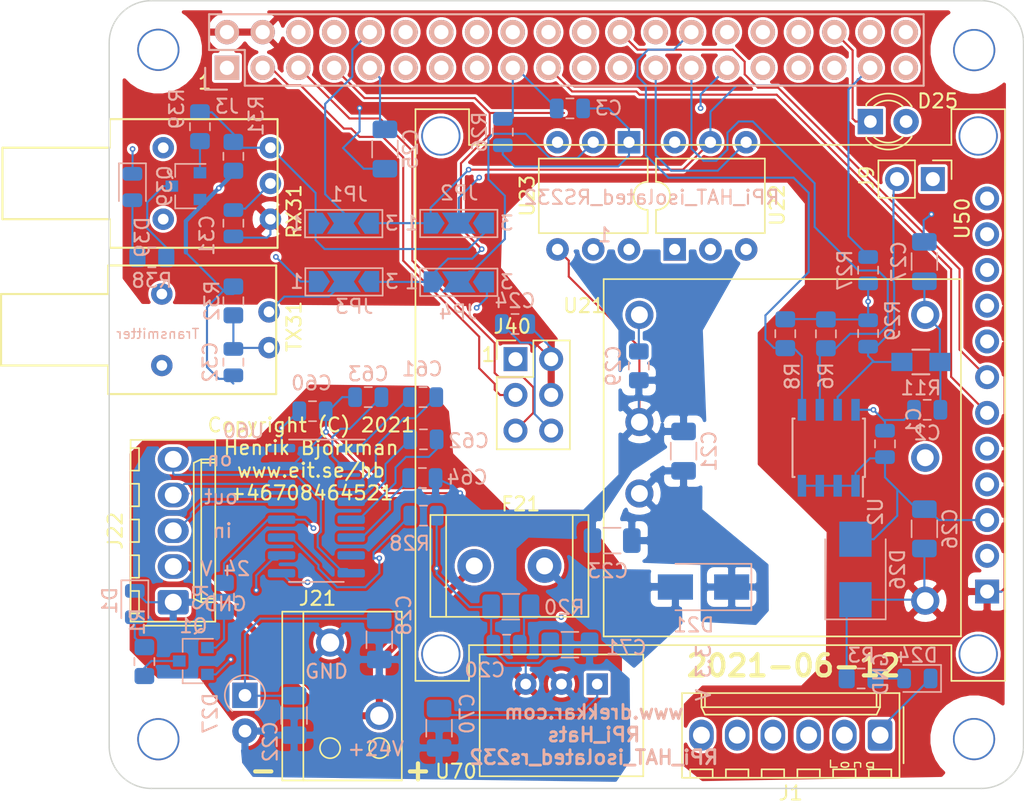
<source format=kicad_pcb>
(kicad_pcb (version 20171130) (host pcbnew 5.1.5+dfsg1-2build2)
  (layers (0 F.Cu signal) (1 In1.Cu signal) (2 In2.Cu signal) (31 B.Cu signal) (34 B.Paste user) (35 F.Paste user) (36 B.SilkS user) (37 F.SilkS user) (38 B.Mask user hide) (39 F.Mask user) (44 Edge.Cuts user))
  (net 0 "")
  (net 1 GND)
  (net 2 /ID_SD_EEPROM)
  (net 3 /ID_SC_EEPROM)
  (net 4 /P3V3)
  (net 5 /P5V)
  (net 6 "Net-(J9-Pad2)")
  (net 7 /GPIO14_TXD)
  (net 8 "Net-(C32-Pad1)")
  (net 9 /GPIO2_SDA)
  (net 10 /GPIO3_SCL)
  (net 11 /GPIO15_RXD)
  (net 12 "Net-(D21-Pad2)")
  (net 13 /GPIO10_MOSI)
  (net 14 /GPIO9_MISO)
  (net 15 /GPIO11_SCLK)
  (net 16 /GPIO12_PWM0_BACKLIGHT)
  (net 17 /GPIO16_Status_LED)
  (net 18 /GPIO25_DATA_OR_CMD)
  (net 19 /GPIO8_TFT_CS)
  (net 20 /GPIO7_SD_CS)
  (net 21 /GPIO24_RESET)
  (net 22 /GPIO26_POWER_FAIL)
  (net 23 /GPIO17_J1)
  (net 24 /GPIO27_J1)
  (net 25 /GPIO22_J1)
  (net 26 /GPIO23_J1)
  (net 27 "Net-(C29-Pad1)")
  (net 28 /GPIO4_TXD3)
  (net 29 "Net-(F21-Pad2)")
  (net 30 GNDD)
  (net 31 +24V)
  (net 32 "Net-(J22-Pad5)")
  (net 33 "Net-(J22-Pad4)")
  (net 34 "Net-(C20-Pad2)")
  (net 35 "Net-(C3-Pad1)")
  (net 36 VCC)
  (net 37 "Net-(C61-Pad2)")
  (net 38 "Net-(C61-Pad1)")
  (net 39 "Net-(C62-Pad2)")
  (net 40 "Net-(C62-Pad1)")
  (net 41 "Net-(C63-Pad1)")
  (net 42 "Net-(C64-Pad1)")
  (net 43 "Net-(J22-Pad3)")
  (net 44 "Net-(R28-Pad1)")
  (net 45 "Net-(D1-Pad2)")
  (net 46 "Net-(D39-Pad2)")
  (net 47 "Net-(Q39-Pad1)")
  (net 48 /GPIO5_RXD3)
  (net 49 /OPTO_RXD)
  (net 50 /OPTO_TXD)
  (net 51 /RS232_TXD)
  (net 52 "Net-(Q1-Pad3)")
  (net 53 "Net-(Q1-Pad1)")
  (net 54 "Net-(Q39-Pad3)")
  (net 55 "Net-(R2-Pad1)")
  (net 56 "Net-(D24-Pad2)")
  (module Resistor_SMD:R_0805_2012Metric_Pad1.15x1.40mm_HandSolder (layer B.Cu) (at 132 109 180)
    (fp_text reference R3 (at 0 1.65) (layer B.SilkS) (effects (justify mirror)))
    (fp_text value 220)
    (pad 2 smd roundrect (at 1.025 0 180) (size 1.15 1.4) (layers B.Cu B.Paste B.Mask) (roundrect_rratio 0.217391) (net 5 /P5V))
    (pad 1 smd roundrect (at -1.025 0 180) (size 1.15 1.4) (layers B.Cu B.Paste B.Mask) (roundrect_rratio 0.217391) (net 56 "Net-(D24-Pad2)"))
  )
  (module LED_SMD:LED_0805_2012Metric (layer B.Cu) (at 136 109 180)
    (fp_text reference D24 (at 0 1.65) (layer B.SilkS) (effects (justify mirror)))
    (fp_text value LED)
    (pad 2 smd roundrect (at 0.9375 0 180) (size 0.975 1.4) (layers B.Cu B.Paste B.Mask) (net 56 "Net-(D24-Pad2)"))
    (pad 1 smd roundrect (at -0.9375 0 180) (size 0.975 1.4) (layers B.Cu B.Paste B.Mask) (net 1 GND))
  )
  (module eit_footprints:Adafruit_1i54_display (layer F.Cu) (at 130.8 107.9 180)
    (fp_text reference U50 (at -8.4 31.6 90) (layer F.SilkS))
    (fp_text value Adafruit_1i54_display)
    (pad "" thru_hole circle (at 28.675 37.465 180) (size 2.794 2.794) (drill 2.54) (layers *.Cu *.Mask))
    (pad "" thru_hole circle (at 28.675 0.635 180) (size 2.794 2.794) (drill 2.54) (layers *.Cu *.Mask))
    (pad "" thru_hole circle (at -9.525 37.465 180) (size 2.794 2.794) (drill 2.54) (layers *.Cu *.Mask))
    (pad "" thru_hole circle (at -9.525 0.635 180) (size 2.794 2.794) (drill 2.54) (layers *.Cu *.Mask))
    (pad 12 thru_hole circle (at -10.16 33.02 180) (size 1.7 1.7) (drill 1) (layers *.Cu *.Mask))
    (pad 11 thru_hole circle (at -10.16 30.48 180) (size 1.7 1.7) (drill 1) (layers *.Cu *.Mask) (net 16 /GPIO12_PWM0_BACKLIGHT))
    (pad 10 thru_hole circle (at -10.16 27.94 180) (size 1.7 1.7) (drill 1) (layers *.Cu *.Mask) (net 20 /GPIO7_SD_CS))
    (pad 9 thru_hole circle (at -10.16 25.4 180) (size 1.7 1.7) (drill 1) (layers *.Cu *.Mask) (net 18 /GPIO25_DATA_OR_CMD))
    (pad 8 thru_hole circle (at -10.16 22.86 180) (size 1.7 1.7) (drill 1) (layers *.Cu *.Mask) (net 21 /GPIO24_RESET))
    (pad 7 thru_hole circle (at -10.16 20.32 180) (size 1.7 1.7) (drill 1) (layers *.Cu *.Mask) (net 19 /GPIO8_TFT_CS))
    (pad 6 thru_hole circle (at -10.16 17.78 180) (size 1.7 1.7) (drill 1) (layers *.Cu *.Mask) (net 13 /GPIO10_MOSI))
    (pad 5 thru_hole circle (at -10.16 15.24 180) (size 1.7 1.7) (drill 1) (layers *.Cu *.Mask) (net 14 /GPIO9_MISO))
    (pad 4 thru_hole circle (at -10.16 12.7 180) (size 1.7 1.7) (drill 1) (layers *.Cu *.Mask) (net 15 /GPIO11_SCLK))
    (pad 3 thru_hole circle (at -10.16 10.16 180) (size 1.7 1.7) (drill 1) (layers *.Cu *.Mask) (net 1 GND))
    (pad 2 thru_hole circle (at -10.16 7.62 180) (size 1.7 1.7) (drill 1) (layers *.Cu *.Mask))
    (pad 1 thru_hole rect (at -10.16 5.08 180) (size 1.7 1.7) (drill 1) (layers *.Cu *.Mask) (net 5 /P5V))
  )
  (module Resistor_SMD:R_0805_2012Metric_Pad1.15x1.40mm_HandSolder (layer B.Cu) (at 81.58 79.06)
    (fp_text reference R38 (at 0 1.65) (layer B.SilkS) (effects (justify mirror)))
    (fp_text value 150)
    (pad 2 smd roundrect (at 1.025 0) (size 1.15 1.4) (layers B.Cu B.Paste B.Mask) (roundrect_rratio 0.217391) (net 54 "Net-(Q39-Pad3)"))
    (pad 1 smd roundrect (at -1.025 0) (size 1.15 1.4) (layers B.Cu B.Paste B.Mask) (roundrect_rratio 0.217391) (net 46 "Net-(D39-Pad2)"))
  )
  (module Resistor_SMD:R_0805_2012Metric_Pad1.15x1.40mm_HandSolder (layer B.Cu) (at 86.71 103.23 270)
    (fp_text reference R2 (at 0 1.65 90) (layer B.SilkS) (effects (justify mirror)))
    (fp_text value 3K3)
    (pad 2 smd roundrect (at 1.025 0 270) (size 1.15 1.4) (layers B.Cu B.Paste B.Mask) (roundrect_rratio 0.217391) (net 53 "Net-(Q1-Pad1)"))
    (pad 1 smd roundrect (at -1.025 0 270) (size 1.15 1.4) (layers B.Cu B.Paste B.Mask) (roundrect_rratio 0.217391) (net 55 "Net-(R2-Pad1)"))
  )
  (module Package_TO_SOT_SMD:SOT-23 (layer B.Cu) (at 84.53 107.76 180)
    (fp_text reference Q1 (at 0 2.5) (layer B.SilkS) (effects (justify mirror)))
    (fp_text value Q_PNP_BEC)
    (pad 3 smd rect (at 1 0 180) (size 0.9 0.8) (layers B.Cu B.Paste B.Mask) (net 52 "Net-(Q1-Pad3)"))
    (pad 2 smd rect (at -1 -0.95 180) (size 0.9 0.8) (layers B.Cu B.Paste B.Mask) (net 36 VCC))
    (pad 1 smd rect (at -1 0.95 180) (size 0.9 0.8) (layers B.Cu B.Paste B.Mask) (net 53 "Net-(Q1-Pad1)"))
  )
  (module Capacitor_SMD:C_0805_2012Metric (layer B.Cu) (at 133.7 92.325 270)
    (fp_text reference C1 (at -1.625 -2.05 90) (layer B.SilkS) (effects (justify mirror)))
    (fp_text value 0.1uF)
    (pad 2 smd roundrect (at 0.9375 0 270) (size 0.975 1.4) (layers B.Cu B.Paste B.Mask) (net 1 GND))
    (pad 1 smd roundrect (at -0.9375 0 270) (size 0.975 1.4) (layers B.Cu B.Paste B.Mask) (net 4 /P3V3))
  )
  (module Diode_SMD:D_SMB (layer B.Cu) (at 131.6 101.25 90)
    (fp_text reference D26 (at 0 3 90) (layer B.SilkS) (effects (justify mirror)))
    (fp_text value D_Zener)
    (pad 2 smd rect (at 2.15 0 90) (size 2.5 2.3) (layers B.Cu B.Paste B.Mask) (net 1 GND))
    (pad 1 smd rect (at -2.15 0 90) (size 2.5 2.3) (layers B.Cu B.Paste B.Mask) (net 5 /P5V))
  )
  (module Jumper:SolderJumper-3_P2.0mm_Open_TrianglePad1.0x1.5mm_NumberLabels (layer B.Cu) (at 103.4 80.81)
    (fp_text reference JP4 (at -0.06 2.14) (layer B.SilkS) (effects (justify mirror)))
    (fp_text value SolderJumper_3_Bridged12)
    (fp_text user 1 (at -3.35 0) (layer B.SilkS) (effects (justify mirror)))
    (fp_text user 3 (at 3.4 0) (layer B.SilkS) (effects (justify mirror)))
    (pad 3 smd custom (at 2 0 180) (size 0.3 0.3) (layers B.Cu B.Mask) (net 7 /GPIO14_TXD) (options (clearance outline) (anchor rect)) (primitives (gr_poly (pts (xy -0.5 0.75) (xy 0.5 0.75) (xy 1 0) (xy 0.5 -0.75) (xy -0.5 -0.75)) (width 0))))
    (pad 2 smd custom (at 0 0) (size 0.3 0.3) (layers B.Cu) (net 51 /RS232_TXD) (options (clearance outline) (anchor rect)) (primitives (gr_poly (pts (xy -1.2 0.75) (xy 1.2 0.75) (xy 0.7 0) (xy 1.2 -0.75) (xy -1.2 -0.75) (xy -0.7 0)) (width 0))))
    (pad 1 smd custom (at -2 0) (size 0.3 0.3) (layers B.Cu B.Mask) (net 28 /GPIO4_TXD3) (options (clearance outline) (anchor rect)) (primitives (gr_poly (pts (xy -0.5 0.75) (xy 0.5 0.75) (xy 1 0) (xy 0.5 -0.75) (xy -0.5 -0.75)) (width 0))))
  )
  (module Jumper:SolderJumper-3_P2.0mm_Open_TrianglePad1.0x1.5mm_NumberLabels (layer B.Cu) (at 95.24 80.78)
    (fp_text reference JP3 (at 0.725 1.775) (layer B.SilkS) (effects (justify mirror)))
    (fp_text value SolderJumper_3_Bridged12)
    (fp_text user 1 (at -3.35 0) (layer B.SilkS) (effects (justify mirror)))
    (fp_text user 3 (at 3.4 0) (layer B.SilkS) (effects (justify mirror)))
    (pad 3 smd custom (at 2 0 180) (size 0.3 0.3) (layers B.Cu B.Mask) (net 28 /GPIO4_TXD3) (options (clearance outline) (anchor rect)) (primitives (gr_poly (pts (xy -0.5 0.75) (xy 0.5 0.75) (xy 1 0) (xy 0.5 -0.75) (xy -0.5 -0.75)) (width 0))))
    (pad 2 smd custom (at 0 0) (size 0.3 0.3) (layers B.Cu) (net 50 /OPTO_TXD) (options (clearance outline) (anchor rect)) (primitives (gr_poly (pts (xy -1.2 0.75) (xy 1.2 0.75) (xy 0.7 0) (xy 1.2 -0.75) (xy -1.2 -0.75) (xy -0.7 0)) (width 0))))
    (pad 1 smd custom (at -2 0) (size 0.3 0.3) (layers B.Cu B.Mask) (net 7 /GPIO14_TXD) (options (clearance outline) (anchor rect)) (primitives (gr_poly (pts (xy -0.5 0.75) (xy 0.5 0.75) (xy 1 0) (xy 0.5 -0.75) (xy -0.5 -0.75)) (width 0))))
  )
  (module Jumper:SolderJumper-3_P2.0mm_Open_TrianglePad1.0x1.5mm_NumberLabels (layer B.Cu) (at 103.4 76.63)
    (fp_text reference JP2 (at 0.03 -2.14) (layer B.SilkS) (effects (justify mirror)))
    (fp_text value SolderJumper_3_Bridged12)
    (fp_text user 1 (at -3.35 0) (layer B.SilkS) (effects (justify mirror)))
    (fp_text user 3 (at 3.4 0) (layer B.SilkS) (effects (justify mirror)))
    (pad 3 smd custom (at 2 0 180) (size 0.3 0.3) (layers B.Cu B.Mask) (net 49 /OPTO_RXD) (options (clearance outline) (anchor rect)) (primitives (gr_poly (pts (xy -0.5 0.75) (xy 0.5 0.75) (xy 1 0) (xy 0.5 -0.75) (xy -0.5 -0.75)) (width 0))))
    (pad 2 smd custom (at 0 0) (size 0.3 0.3) (layers B.Cu) (net 48 /GPIO5_RXD3) (options (clearance outline) (anchor rect)) (primitives (gr_poly (pts (xy -1.2 0.75) (xy 1.2 0.75) (xy 0.7 0) (xy 1.2 -0.75) (xy -1.2 -0.75) (xy -0.7 0)) (width 0))))
    (pad 1 smd custom (at -2 0) (size 0.3 0.3) (layers B.Cu B.Mask) (net 22 /GPIO26_POWER_FAIL) (options (clearance outline) (anchor rect)) (primitives (gr_poly (pts (xy -0.5 0.75) (xy 0.5 0.75) (xy 1 0) (xy 0.5 -0.75) (xy -0.5 -0.75)) (width 0))))
  )
  (module Jumper:SolderJumper-3_P2.0mm_Open_TrianglePad1.0x1.5mm_NumberLabels (layer B.Cu) (at 95.22 76.64)
    (fp_text reference JP1 (at 0.36 -2.06) (layer B.SilkS) (effects (justify mirror)))
    (fp_text value SolderJumper_3_Bridged12)
    (fp_text user 1 (at -3.35 0) (layer B.SilkS) (effects (justify mirror)))
    (fp_text user 3 (at 3.4 0) (layer B.SilkS) (effects (justify mirror)))
    (pad 3 smd custom (at 2 0 180) (size 0.3 0.3) (layers B.Cu B.Mask) (net 22 /GPIO26_POWER_FAIL) (options (clearance outline) (anchor rect)) (primitives (gr_poly (pts (xy -0.5 0.75) (xy 0.5 0.75) (xy 1 0) (xy 0.5 -0.75) (xy -0.5 -0.75)) (width 0))))
    (pad 2 smd custom (at 0 0) (size 0.3 0.3) (layers B.Cu) (net 11 /GPIO15_RXD) (options (clearance outline) (anchor rect)) (primitives (gr_poly (pts (xy -1.2 0.75) (xy 1.2 0.75) (xy 0.7 0) (xy 1.2 -0.75) (xy -1.2 -0.75) (xy -0.7 0)) (width 0))))
    (pad 1 smd custom (at -2 0) (size 0.3 0.3) (layers B.Cu B.Mask) (net 49 /OPTO_RXD) (options (clearance outline) (anchor rect)) (primitives (gr_poly (pts (xy -0.5 0.75) (xy 0.5 0.75) (xy 1 0) (xy 0.5 -0.75) (xy -0.5 -0.75)) (width 0))))
  )
  (module Resistor_SMD:R_0805_2012Metric_Pad1.15x1.40mm_HandSolder (layer B.Cu) (at 85 69.775 270)
    (fp_text reference R39 (at -1.275 1.65 90) (layer B.SilkS) (effects (justify mirror)))
    (fp_text value 2K2)
    (pad 2 smd roundrect (at 1.025 0 270) (size 1.15 1.4) (layers B.Cu B.Paste B.Mask) (roundrect_rratio 0.217391) (net 47 "Net-(Q39-Pad1)"))
    (pad 1 smd roundrect (at -1.025 0 270) (size 1.15 1.4) (layers B.Cu B.Paste B.Mask) (roundrect_rratio 0.217391) (net 49 /OPTO_RXD))
  )
  (module Package_TO_SOT_SMD:SOT-23 (layer B.Cu) (at 84 74 180)
    (fp_text reference Q39 (at 1.5 0 90) (layer B.SilkS) (effects (justify mirror)))
    (fp_text value Q_PNP_BEC)
    (pad 3 smd rect (at 1 0 180) (size 0.9 0.8) (layers B.Cu B.Paste B.Mask) (net 54 "Net-(Q39-Pad3)"))
    (pad 2 smd rect (at -1 -0.95 180) (size 0.9 0.8) (layers B.Cu B.Paste B.Mask) (net 4 /P3V3))
    (pad 1 smd rect (at -1 0.95 180) (size 0.9 0.8) (layers B.Cu B.Paste B.Mask) (net 47 "Net-(Q39-Pad1)"))
  )
  (module LED_SMD:LED_0805_2012Metric (layer B.Cu) (at 80.2 74.0625 270)
    (fp_text reference D39 (at 3.5625 -0.7 90) (layer B.SilkS) (effects (justify mirror)))
    (fp_text value LED)
    (pad 2 smd roundrect (at 0.9375 0 270) (size 0.975 1.4) (layers B.Cu B.Paste B.Mask) (net 46 "Net-(D39-Pad2)"))
    (pad 1 smd roundrect (at -0.9375 0 270) (size 0.975 1.4) (layers B.Cu B.Paste B.Mask) (net 1 GND))
  )
  (module Connector_PinHeader_2.54mm:PinHeader_1x02_P2.54mm_Vertical (layer F.Cu) (at 137.1 73.5 270)
    (fp_text reference J9 (at -0.1 4.7 90) (layer F.SilkS))
    (fp_text value CONN_01X02)
    (pad 2 thru_hole oval (at 0 2.54 270) (size 1.7 1.7) (drill 1) (layers *.Cu *.Mask) (net 6 "Net-(J9-Pad2)"))
    (pad 1 thru_hole rect (at 0 0 270) (size 1.7 1.7) (drill 1) (layers *.Cu *.Mask) (net 1 GND))
  )
  (module Resistor_SMD:R_0805_2012Metric_Pad1.15x1.40mm_HandSolder (layer B.Cu) (at 81.05 107.8 270)
    (fp_text reference R1 (at -2.83 0.49 90) (layer B.SilkS) (effects (justify mirror)))
    (fp_text value 330)
    (pad 2 smd roundrect (at 1.025 0 270) (size 1.15 1.4) (layers B.Cu B.Paste B.Mask) (roundrect_rratio 0.217391) (net 52 "Net-(Q1-Pad3)"))
    (pad 1 smd roundrect (at -1.025 0 270) (size 1.15 1.4) (layers B.Cu B.Paste B.Mask) (roundrect_rratio 0.217391) (net 45 "Net-(D1-Pad2)"))
  )
  (module LED_SMD:LED_0805_2012Metric (layer B.Cu) (at 80.37 103.71 270)
    (fp_text reference D1 (at -0.2425 1.78 90) (layer B.SilkS) (effects (justify mirror)))
    (fp_text value LED)
    (pad 2 smd roundrect (at 0.9375 0 270) (size 0.975 1.4) (layers B.Cu B.Paste B.Mask) (net 45 "Net-(D1-Pad2)"))
    (pad 1 smd roundrect (at -0.9375 0 270) (size 0.975 1.4) (layers B.Cu B.Paste B.Mask) (net 30 GNDD))
  )
  (module Capacitor_SMD:C_1206_3216Metric (layer B.Cu) (at 102 112.5375 270)
    (fp_text reference C70 (at -1.0375 -2 90) (layer B.SilkS) (effects (justify mirror)))
    (fp_text value "10 uF")
    (pad 2 smd roundrect (at 1.4 0 270) (size 1.25 1.75) (layers B.Cu B.Paste B.Mask) (roundrect_rratio 0.2) (net 30 GNDD))
    (pad 1 smd roundrect (at -1.4 0 270) (size 1.25 1.75) (layers B.Cu B.Paste B.Mask) (roundrect_rratio 0.2) (net 31 +24V))
  )
  (module Capacitor_SMD:C_1206_3216Metric (layer B.Cu) (at 111.3 106.6)
    (fp_text reference C71 (at 4 0.2) (layer B.SilkS) (effects (justify mirror)))
    (fp_text value "10 uF")
    (pad 2 smd roundrect (at 1.4 0) (size 1.25 1.75) (layers B.Cu B.Paste B.Mask) (roundrect_rratio 0.2) (net 30 GNDD))
    (pad 1 smd roundrect (at -1.4 0) (size 1.25 1.75) (layers B.Cu B.Paste B.Mask) (roundrect_rratio 0.2) (net 36 VCC))
  )
  (module Capacitor_SMD:C_1206_3216Metric (layer B.Cu) (at 136.5 79.3625 270)
    (fp_text reference C27 (at 0 1.82 90) (layer B.SilkS) (effects (justify mirror)))
    (fp_text value "47 uF")
    (pad 2 smd roundrect (at 1.4 0 270) (size 1.25 1.75) (layers B.Cu B.Paste B.Mask) (roundrect_rratio 0.2) (net 1 GND))
    (pad 1 smd roundrect (at -1.4 0 270) (size 1.25 1.75) (layers B.Cu B.Paste B.Mask) (roundrect_rratio 0.2) (net 5 /P5V))
  )
  (module Capacitor_SMD:C_1206_3216Metric (layer B.Cu) (at 98.15 71.3625 90)
    (fp_text reference C25 (at 0 1.82 90) (layer B.SilkS) (effects (justify mirror)))
    (fp_text value "47 uF")
    (pad 2 smd roundrect (at 1.4 0 90) (size 1.25 1.75) (layers B.Cu B.Paste B.Mask) (roundrect_rratio 0.2) (net 1 GND))
    (pad 1 smd roundrect (at -1.4 0 90) (size 1.25 1.75) (layers B.Cu B.Paste B.Mask) (roundrect_rratio 0.2) (net 5 /P5V))
  )
  (module Capacitor_SMD:C_1206_3216Metric (layer B.Cu) (at 136.5 98.3625 90)
    (fp_text reference C26 (at 0 1.82 90) (layer B.SilkS) (effects (justify mirror)))
    (fp_text value "47 uF")
    (pad 2 smd roundrect (at 1.4 0 90) (size 1.25 1.75) (layers B.Cu B.Paste B.Mask) (roundrect_rratio 0.2) (net 1 GND))
    (pad 1 smd roundrect (at -1.4 0 90) (size 1.25 1.75) (layers B.Cu B.Paste B.Mask) (roundrect_rratio 0.2) (net 5 /P5V))
  )
  (module eit_footprints:DC-DC-Recom-R78 (layer F.Cu) (at 110.7 109.4 180)
    (fp_text reference U70 (at 7.5 -6.2) (layer F.SilkS))
    (fp_text value R-78E5.0-0.5)
    (pad 3 thru_hole circle (at 2.54 0 180) (size 1.524 1.524) (drill 0.762) (layers *.Cu *.Mask) (net 36 VCC))
    (pad 2 thru_hole circle (at 0 0 180) (size 1.524 1.524) (drill 0.762) (layers *.Cu *.Mask) (net 30 GNDD))
    (pad 1 thru_hole rect (at -2.54 0 180) (size 1.524 1.524) (drill 0.762) (layers *.Cu *.Mask) (net 31 +24V))
  )
  (module Package_SO:SOIC-16_3.9x9.9mm_P1.27mm (layer B.Cu) (at 93.275 97.075 180)
    (fp_text reference U60 (at 5.175 5.675) (layer B.SilkS) (effects (justify mirror)))
    (fp_text value MAX232ESE+T)
    (pad 16 smd roundrect (at 2.475 4.445 180) (size 1.95 0.6) (layers B.Cu B.Paste B.Mask) (net 36 VCC))
    (pad 15 smd roundrect (at 2.475 3.175 180) (size 1.95 0.6) (layers B.Cu B.Paste B.Mask) (net 30 GNDD))
    (pad 14 smd roundrect (at 2.475 1.905 180) (size 1.95 0.6) (layers B.Cu B.Paste B.Mask) (net 33 "Net-(J22-Pad4)"))
    (pad 13 smd roundrect (at 2.475 0.635 180) (size 1.95 0.6) (layers B.Cu B.Paste B.Mask) (net 43 "Net-(J22-Pad3)"))
    (pad 12 smd roundrect (at 2.475 -0.635 180) (size 1.95 0.6) (layers B.Cu B.Paste B.Mask) (net 55 "Net-(R2-Pad1)"))
    (pad 11 smd roundrect (at 2.475 -1.905 180) (size 1.95 0.6) (layers B.Cu B.Paste B.Mask) (net 44 "Net-(R28-Pad1)"))
    (pad 10 smd roundrect (at 2.475 -3.175 180) (size 1.95 0.6) (layers B.Cu B.Paste B.Mask) (net 36 VCC))
    (pad 9 smd roundrect (at 2.475 -4.445 180) (size 1.95 0.6) (layers B.Cu B.Paste B.Mask) (net 27 "Net-(C29-Pad1)"))
    (pad 8 smd roundrect (at -2.475 -4.445 180) (size 1.95 0.6) (layers B.Cu B.Paste B.Mask) (net 32 "Net-(J22-Pad5)"))
    (pad 7 smd roundrect (at -2.475 -3.175 180) (size 1.95 0.6) (layers B.Cu B.Paste B.Mask))
    (pad 6 smd roundrect (at -2.475 -1.905 180) (size 1.95 0.6) (layers B.Cu B.Paste B.Mask) (net 42 "Net-(C64-Pad1)"))
    (pad 5 smd roundrect (at -2.475 -0.635 180) (size 1.95 0.6) (layers B.Cu B.Paste B.Mask) (net 39 "Net-(C62-Pad2)"))
    (pad 4 smd roundrect (at -2.475 0.635 180) (size 1.95 0.6) (layers B.Cu B.Paste B.Mask) (net 40 "Net-(C62-Pad1)"))
    (pad 3 smd roundrect (at -2.475 1.905 180) (size 1.95 0.6) (layers B.Cu B.Paste B.Mask) (net 37 "Net-(C61-Pad2)"))
    (pad 2 smd roundrect (at -2.475 3.175 180) (size 1.95 0.6) (layers B.Cu B.Paste B.Mask) (net 41 "Net-(C63-Pad1)"))
    (pad 1 smd roundrect (at -2.475 4.445 180) (size 1.95 0.6) (layers B.Cu B.Paste B.Mask) (net 38 "Net-(C61-Pad1)"))
  )
  (module Resistor_SMD:R_0805_2012Metric (layer B.Cu) (at 100.8875 97.425)
    (fp_text reference R28 (at -0.9875 1.975) (layer B.SilkS) (effects (justify mirror)))
    (fp_text value 1K)
    (pad 2 smd roundrect (at 0.9375 0) (size 0.975 1.4) (layers B.Cu B.Paste B.Mask) (net 36 VCC))
    (pad 1 smd roundrect (at -0.9375 0) (size 0.975 1.4) (layers B.Cu B.Paste B.Mask) (net 44 "Net-(R28-Pad1)"))
  )
  (module Capacitor_SMD:C_0805_2012Metric (layer B.Cu) (at 100.8125 94.75)
    (fp_text reference C64 (at 3.1875 -0.05) (layer B.SilkS) (effects (justify mirror)))
    (fp_text value 0.1uF)
    (pad 2 smd roundrect (at 0.9375 0) (size 0.975 1.4) (layers B.Cu B.Paste B.Mask) (net 30 GNDD))
    (pad 1 smd roundrect (at -0.9375 0) (size 0.975 1.4) (layers B.Cu B.Paste B.Mask) (net 42 "Net-(C64-Pad1)"))
  )
  (module Capacitor_SMD:C_0805_2012Metric (layer B.Cu) (at 96.9625 89 180)
    (fp_text reference C63 (at 0 1.65) (layer B.SilkS) (effects (justify mirror)))
    (fp_text value 0.1uF)
    (pad 2 smd roundrect (at 0.9375 0 180) (size 0.975 1.4) (layers B.Cu B.Paste B.Mask) (net 30 GNDD))
    (pad 1 smd roundrect (at -0.9375 0 180) (size 0.975 1.4) (layers B.Cu B.Paste B.Mask) (net 41 "Net-(C63-Pad1)"))
  )
  (module Capacitor_SMD:C_0805_2012Metric (layer B.Cu) (at 100.8875 92)
    (fp_text reference C62 (at 3.2125 0.1) (layer B.SilkS) (effects (justify mirror)))
    (fp_text value 0.1uF)
    (pad 2 smd roundrect (at 0.9375 0) (size 0.975 1.4) (layers B.Cu B.Paste B.Mask) (net 39 "Net-(C62-Pad2)"))
    (pad 1 smd roundrect (at -0.9375 0) (size 0.975 1.4) (layers B.Cu B.Paste B.Mask) (net 40 "Net-(C62-Pad1)"))
  )
  (module Capacitor_SMD:C_0805_2012Metric (layer B.Cu) (at 100.8625 89)
    (fp_text reference C61 (at -0.0625 -2) (layer B.SilkS) (effects (justify mirror)))
    (fp_text value 0.1uF)
    (pad 2 smd roundrect (at 0.9375 0) (size 0.975 1.4) (layers B.Cu B.Paste B.Mask) (net 37 "Net-(C61-Pad2)"))
    (pad 1 smd roundrect (at -0.9375 0) (size 0.975 1.4) (layers B.Cu B.Paste B.Mask) (net 38 "Net-(C61-Pad1)"))
  )
  (module Capacitor_SMD:C_0805_2012Metric (layer B.Cu) (at 93 90)
    (fp_text reference C60 (at -0.0625 -2) (layer B.SilkS) (effects (justify mirror)))
    (fp_text value 0.1uF)
    (pad 2 smd roundrect (at 0.9375 0) (size 0.975 1.4) (layers B.Cu B.Paste B.Mask) (net 30 GNDD))
    (pad 1 smd roundrect (at -0.9375 0) (size 0.975 1.4) (layers B.Cu B.Paste B.Mask) (net 36 VCC))
  )
  (module Capacitor_SMD:C_0805_2012Metric (layer B.Cu) (at 87.376 86.512 270)
    (fp_text reference C32 (at 0 1.65 90) (layer B.SilkS) (effects (justify mirror)))
    (fp_text value "0.01 uF")
    (pad 2 smd roundrect (at 0.9375 0 270) (size 0.975 1.4) (layers B.Cu B.Paste B.Mask) (net 4 /P3V3))
    (pad 1 smd roundrect (at -0.9375 0 270) (size 0.975 1.4) (layers B.Cu B.Paste B.Mask) (net 8 "Net-(C32-Pad1)"))
  )
  (module Capacitor_SMD:C_0805_2012Metric (layer B.Cu) (at 87.376 76.638 90)
    (fp_text reference C31 (at -0.862 -1.876 90) (layer B.SilkS) (effects (justify mirror)))
    (fp_text value 0.1uF)
    (pad 2 smd roundrect (at 0.9375 0 90) (size 0.975 1.4) (layers B.Cu B.Paste B.Mask) (net 1 GND))
    (pad 1 smd roundrect (at -0.9375 0 90) (size 0.975 1.4) (layers B.Cu B.Paste B.Mask) (net 5 /P5V))
  )
  (module Capacitor_SMD:C_0805_2012Metric (layer B.Cu) (at 136.7 89.9)
    (fp_text reference C2 (at 0 1.65) (layer B.SilkS) (effects (justify mirror)))
    (fp_text value 0.1uF)
    (pad 2 smd roundrect (at 0.9375 0) (size 0.975 1.4) (layers B.Cu B.Paste B.Mask) (net 1 GND))
    (pad 1 smd roundrect (at -0.9375 0) (size 0.975 1.4) (layers B.Cu B.Paste B.Mask) (net 4 /P3V3))
  )
  (module Resistor_SMD:R_1206_3216Metric (layer B.Cu) (at 107.1 103.9 180)
    (fp_text reference R20 (at -3.8 -0.05) (layer B.SilkS) (effects (justify mirror)))
    (fp_text value 220)
    (pad 2 smd roundrect (at 1.4 0 180) (size 1.25 1.75) (layers B.Cu B.Paste B.Mask) (roundrect_rratio 0.2) (net 36 VCC))
    (pad 1 smd roundrect (at -1.4 0 180) (size 1.25 1.75) (layers B.Cu B.Paste B.Mask) (roundrect_rratio 0.2) (net 34 "Net-(C20-Pad2)"))
  )
  (module Diode_SMD:D_SMA (layer B.Cu) (at 120.8 102.5 180)
    (fp_text reference D21 (at 0.7 -2.7) (layer B.SilkS) (effects (justify mirror)))
    (fp_text value D)
    (pad 2 smd rect (at 2 0 180) (size 2.5 1.8) (layers B.Cu B.Paste B.Mask) (net 12 "Net-(D21-Pad2)"))
    (pad 1 smd rect (at -2 0 180) (size 2.5 1.8) (layers B.Cu B.Paste B.Mask) (net 31 +24V))
  )
  (module Capacitor_SMD:C_0805_2012Metric (layer B.Cu) (at 111.3 68.475 180)
    (fp_text reference C3 (at -2.75 0.025) (layer B.SilkS) (effects (justify mirror)))
    (fp_text value 10nF)
    (pad 2 smd roundrect (at 0.9375 0 180) (size 0.975 1.4) (layers B.Cu B.Paste B.Mask) (net 4 /P3V3))
    (pad 1 smd roundrect (at -0.9375 0 180) (size 0.975 1.4) (layers B.Cu B.Paste B.Mask) (net 35 "Net-(C3-Pad1)"))
  )
  (module Capacitor_SMD:C_0805_2012Metric (layer B.Cu) (at 106.8 106.6)
    (fp_text reference C20 (at -1.55 1.8) (layer B.SilkS) (effects (justify mirror)))
    (fp_text value 10nF)
    (pad 2 smd roundrect (at 0.9375 0) (size 0.975 1.4) (layers B.Cu B.Paste B.Mask) (net 34 "Net-(C20-Pad2)"))
    (pad 1 smd roundrect (at -0.9375 0) (size 0.975 1.4) (layers B.Cu B.Paste B.Mask) (net 36 VCC))
  )
  (module Diode_THT:D_A-405_P2.54mm_Vertical_AnodeUp (layer B.Cu) (at 88.2 110.2 270)
    (fp_text reference D27 (at 1.27 2.47 90) (layer B.SilkS) (effects (justify mirror)))
    (fp_text value D_Zener)
    (pad 2 thru_hole oval (at 2.54 0 270) (size 1.8 1.8) (drill 0.9) (layers *.Cu *.Mask) (net 30 GNDD))
    (pad 1 thru_hole rect (at 0 0 270) (size 1.8 1.8) (drill 0.9) (layers *.Cu *.Mask) (net 31 +24V))
  )
  (module Capacitor_SMD:C_1206_3216Metric (layer B.Cu) (at 97.75 106.25 270)
    (fp_text reference C28 (at -1.75 -1.75 90) (layer B.SilkS) (effects (justify mirror)))
    (fp_text value "10 uF")
    (pad 2 smd roundrect (at 1.4 0 270) (size 1.25 1.75) (layers B.Cu B.Paste B.Mask) (roundrect_rratio 0.2) (net 30 GNDD))
    (pad 1 smd roundrect (at -1.4 0 270) (size 1.25 1.75) (layers B.Cu B.Paste B.Mask) (roundrect_rratio 0.2) (net 31 +24V))
  )
  (module Capacitor_SMD:C_0805_2012Metric (layer B.Cu) (at 107.4 83.8 180)
    (fp_text reference C24 (at 0 1.65) (layer B.SilkS) (effects (justify mirror)))
    (fp_text value "0.1 uF")
    (pad 2 smd roundrect (at 0.9375 0 180) (size 0.975 1.4) (layers B.Cu B.Paste B.Mask) (net 1 GND))
    (pad 1 smd roundrect (at -0.9375 0 180) (size 0.975 1.4) (layers B.Cu B.Paste B.Mask) (net 5 /P5V))
  )
  (module Capacitor_SMD:C_1206_3216Metric (layer B.Cu) (at 114.3 99.2 180)
    (fp_text reference C23 (at 0.3 -2.15) (layer B.SilkS) (effects (justify mirror)))
    (fp_text value "10 uF")
    (pad 2 smd roundrect (at 1.4 0 180) (size 1.25 1.75) (layers B.Cu B.Paste B.Mask) (roundrect_rratio 0.2) (net 30 GNDD))
    (pad 1 smd roundrect (at -1.4 0 180) (size 1.25 1.75) (layers B.Cu B.Paste B.Mask) (roundrect_rratio 0.2) (net 31 +24V))
  )
  (module Capacitor_SMD:C_1206_3216Metric (layer B.Cu) (at 91.694 111.63 270)
    (fp_text reference C22 (at 1.87 1.694 90) (layer B.SilkS) (effects (justify mirror)))
    (fp_text value "10 uF")
    (pad 2 smd roundrect (at 1.4 0 270) (size 1.25 1.75) (layers B.Cu B.Paste B.Mask) (roundrect_rratio 0.2) (net 30 GNDD))
    (pad 1 smd roundrect (at -1.4 0 270) (size 1.25 1.75) (layers B.Cu B.Paste B.Mask) (roundrect_rratio 0.2) (net 31 +24V))
  )
  (module Capacitor_SMD:C_1206_3216Metric (layer B.Cu) (at 119.38 92.84 90)
    (fp_text reference C21 (at 0 1.82 90) (layer B.SilkS) (effects (justify mirror)))
    (fp_text value "10 uF")
    (pad 2 smd roundrect (at 1.4 0 90) (size 1.25 1.75) (layers B.Cu B.Paste B.Mask) (roundrect_rratio 0.2) (net 30 GNDD))
    (pad 1 smd roundrect (at -1.4 0 90) (size 1.25 1.75) (layers B.Cu B.Paste B.Mask) (roundrect_rratio 0.2) (net 31 +24V))
  )
  (module Resistor_SMD:R_0805_2012Metric (layer B.Cu) (at 132.5 84.475 270)
    (fp_text reference R29 (at -0.925 -1.75 90) (layer B.SilkS) (effects (justify mirror)))
    (fp_text value 10K)
    (pad 2 smd roundrect (at 0.9375 0 270) (size 0.975 1.4) (layers B.Cu B.Paste B.Mask) (net 6 "Net-(J9-Pad2)"))
    (pad 1 smd roundrect (at -0.9375 0 270) (size 0.975 1.4) (layers B.Cu B.Paste B.Mask) (net 4 /P3V3))
  )
  (module Resistor_SMD:R_0805_2012Metric (layer B.Cu) (at 132.5 79.975 270)
    (fp_text reference R27 (at 0 1.65 90) (layer B.SilkS) (effects (justify mirror)))
    (fp_text value 1K)
    (pad 2 smd roundrect (at 0.9375 0 270) (size 0.975 1.4) (layers B.Cu B.Paste B.Mask) (net 4 /P3V3))
    (pad 1 smd roundrect (at -0.9375 0 270) (size 0.975 1.4) (layers B.Cu B.Paste B.Mask) (net 22 /GPIO26_POWER_FAIL))
  )
  (module Resistor_SMD:R_0805_2012Metric (layer B.Cu) (at 106.53 70.155 270)
    (fp_text reference R26 (at 0 1.65 90) (layer B.SilkS) (effects (justify mirror)))
    (fp_text value 150)
    (pad 2 smd roundrect (at 0.9375 0 270) (size 0.975 1.4) (layers B.Cu B.Paste B.Mask) (net 35 "Net-(C3-Pad1)"))
    (pad 1 smd roundrect (at -0.9375 0 270) (size 0.975 1.4) (layers B.Cu B.Paste B.Mask) (net 4 /P3V3))
  )
  (module Connector_Molex:Molex_KK-254_AE-6410-05A_1x05_P2.54mm_Vertical (layer F.Cu) (at 83.1 103.58 90)
    (fp_text reference J22 (at 5.08 -4.12 90) (layer F.SilkS))
    (fp_text value Conn_01x05)
    (pad 5 thru_hole oval (at 10.16 0 90) (size 1.74 2.2) (drill 1.2) (layers *.Cu *.Mask) (net 32 "Net-(J22-Pad5)"))
    (pad 4 thru_hole oval (at 7.62 0 90) (size 1.74 2.2) (drill 1.2) (layers *.Cu *.Mask) (net 33 "Net-(J22-Pad4)"))
    (pad 3 thru_hole oval (at 5.08 0 90) (size 1.74 2.2) (drill 1.2) (layers *.Cu *.Mask) (net 43 "Net-(J22-Pad3)"))
    (pad 2 thru_hole oval (at 2.54 0 90) (size 1.74 2.2) (drill 1.2) (layers *.Cu *.Mask) (net 29 "Net-(F21-Pad2)"))
    (pad 1 thru_hole roundrect (at 0 0 90) (size 1.74 2.2) (drill 1.2) (layers *.Cu *.Mask) (roundrect_rratio 0.143678) (net 30 GNDD))
  )
  (module eit_footprints:DC-DC_CUI_PDQE20-D (layer F.Cu) (at 126.4 78.07)
    (fp_text reference U21 (at -14.1 4.43) (layer F.SilkS))
    (fp_text value DC-DC_CUI_PDQE20)
    (pad 6 thru_hole circle (at 10.16 5.08) (size 2 2) (drill 1.2) (layers *.Cu *.Mask) (net 1 GND))
    (pad 5 thru_hole circle (at 10.16 15.24) (size 2 2) (drill 1.2) (layers *.Cu *.Mask))
    (pad 4 thru_hole circle (at 10.16 25.4) (size 2 2) (drill 1.2) (layers *.Cu *.Mask) (net 5 /P5V))
    (pad 3 thru_hole circle (at -10.16 17.78) (size 2 2) (drill 1.2) (layers *.Cu *.Mask) (net 31 +24V))
    (pad 2 thru_hole circle (at -10.16 12.7) (size 2 2) (drill 1.2) (layers *.Cu *.Mask) (net 30 GNDD))
    (pad 1 thru_hole circle (at -10.16 5.08) (size 2 2) (drill 1.2) (layers *.Cu *.Mask) (net 27 "Net-(C29-Pad1)"))
  )
  (module Package_DIP:DIP-6_W7.62mm (layer F.Cu) (at 115.5 70.88 270)
    (fp_text reference U23 (at 3.81 7.23 90) (layer F.SilkS))
    (fp_text value 4N25)
    (pad 6 thru_hole oval (at 7.62 0 270) (size 1.6 1.6) (drill 0.8) (layers *.Cu *.Mask))
    (pad 3 thru_hole oval (at 0 5.08 270) (size 1.6 1.6) (drill 0.8) (layers *.Cu *.Mask))
    (pad 5 thru_hole oval (at 7.62 2.54 270) (size 1.6 1.6) (drill 0.8) (layers *.Cu *.Mask) (net 44 "Net-(R28-Pad1)"))
    (pad 2 thru_hole oval (at 0 2.54 270) (size 1.6 1.6) (drill 0.8) (layers *.Cu *.Mask) (net 51 /RS232_TXD))
    (pad 4 thru_hole oval (at 7.62 5.08 270) (size 1.6 1.6) (drill 0.8) (layers *.Cu *.Mask) (net 30 GNDD))
    (pad 1 thru_hole rect (at 0 0 270) (size 1.6 1.6) (drill 0.8) (layers *.Cu *.Mask) (net 35 "Net-(C3-Pad1)"))
  )
  (module eit_footprints:opto_transmitter_broadwell (layer F.Cu) (at 86.1 93.1 180)
    (fp_text reference TX31 (at -5.594 9.128 90) (layer F.SilkS))
    (fp_text value opto_transmitter_broadcom)
    (pad 4 thru_hole circle (at 3.81 11.43 180) (size 1.524 1.524) (drill 0.762) (layers *.Cu *.Mask))
    (pad 3 thru_hole circle (at 3.81 6.35 180) (size 1.524 1.524) (drill 0.762) (layers *.Cu *.Mask))
    (pad 2 thru_hole circle (at -3.81 10.16 180) (size 1.524 1.524) (drill 0.762) (layers *.Cu *.Mask) (net 50 /OPTO_TXD))
    (pad 1 thru_hole circle (at -3.81 7.62 180) (size 1.524 1.524) (drill 0.762) (layers *.Cu *.Mask) (net 8 "Net-(C32-Pad1)"))
  )
  (module Capacitor_SMD:C_0805_2012Metric_Pad1.15x1.40mm_HandSolder (layer B.Cu) (at 116.2 86.775 270)
    (fp_text reference C29 (at 0 1.8 90) (layer B.SilkS) (effects (justify mirror)))
    (fp_text value 0.1uF)
    (pad 2 smd roundrect (at 1.025 0 270) (size 1.15 1.4) (layers B.Cu B.Paste B.Mask) (roundrect_rratio 0.217391) (net 30 GNDD))
    (pad 1 smd roundrect (at -1.025 0 270) (size 1.15 1.4) (layers B.Cu B.Paste B.Mask) (roundrect_rratio 0.217391) (net 27 "Net-(C29-Pad1)"))
  )
  (module Connector_Molex:Molex_KK-254_AE-6410-06A_1x06_P2.54mm_Vertical (layer F.Cu) (at 133.35 113.03 180)
    (fp_text reference J1 (at 6.35 -4.12) (layer F.SilkS))
    (fp_text value Conn_01x06)
    (pad 6 thru_hole oval (at 12.7 0 180) (size 1.74 2.2) (drill 1.2) (layers *.Cu *.Mask) (net 4 /P3V3))
    (pad 5 thru_hole oval (at 10.16 0 180) (size 1.74 2.2) (drill 1.2) (layers *.Cu *.Mask) (net 23 /GPIO17_J1))
    (pad 4 thru_hole oval (at 7.62 0 180) (size 1.74 2.2) (drill 1.2) (layers *.Cu *.Mask) (net 24 /GPIO27_J1))
    (pad 3 thru_hole oval (at 5.08 0 180) (size 1.74 2.2) (drill 1.2) (layers *.Cu *.Mask) (net 25 /GPIO22_J1))
    (pad 2 thru_hole oval (at 2.54 0 180) (size 1.74 2.2) (drill 1.2) (layers *.Cu *.Mask) (net 26 /GPIO23_J1))
    (pad 1 thru_hole roundrect (at 0 0 180) (size 1.74 2.2) (drill 1.2) (layers *.Cu *.Mask) (roundrect_rratio 0.143678) (net 1 GND))
  )
  (module Resistor_THT:R_Radial_Power_L11.0mm_W7.0mm_P5.00mm (layer F.Cu) (at 109.5 101 180)
    (fp_text reference F21 (at 1.7 4.4) (layer F.SilkS))
    (fp_text value Fuse)
    (pad 2 thru_hole circle (at 5 0 180) (size 2.4 2.4) (drill 1.2) (layers *.Cu *.Mask) (net 29 "Net-(F21-Pad2)"))
    (pad 1 thru_hole circle (at 0 0 180) (size 2.4 2.4) (drill 1.2) (layers *.Cu *.Mask) (net 12 "Net-(D21-Pad2)"))
  )
  (module LED_THT:LED_D3.0mm (layer F.Cu) (at 132.66 69.41)
    (fp_text reference D25 (at 4.79 -1.46) (layer F.SilkS))
    (fp_text value LED)
    (pad 2 thru_hole circle (at 2.54 0) (size 1.8 1.8) (drill 0.9) (layers *.Cu *.Mask) (net 4 /P3V3))
    (pad 1 thru_hole rect (at 0 0) (size 1.8 1.8) (drill 0.9) (layers *.Cu *.Mask) (net 17 /GPIO16_Status_LED))
  )
  (module Resistor_SMD:R_0805_2012Metric_Pad1.15x1.40mm_HandSolder (layer B.Cu) (at 87.376 82.156 90)
    (fp_text reference R32 (at 0 -1.524 270) (layer B.SilkS) (effects (justify mirror)))
    (fp_text value 150)
    (pad 2 smd roundrect (at 1.025 0 90) (size 1.15 1.4) (layers B.Cu B.Paste B.Mask) (roundrect_rratio 0.217391) (net 4 /P3V3))
    (pad 1 smd roundrect (at -1.025 0 90) (size 1.15 1.4) (layers B.Cu B.Paste B.Mask) (roundrect_rratio 0.217391) (net 8 "Net-(C32-Pad1)"))
  )
  (module Resistor_SMD:R_0805_2012Metric_Pad1.15x1.40mm_HandSolder (layer B.Cu) (at 87.376 71.882 90)
    (fp_text reference R31 (at 2.882 1.624 270) (layer B.SilkS) (effects (justify mirror)))
    (fp_text value 2K2)
    (pad 2 smd roundrect (at 1.025 0 90) (size 1.15 1.4) (layers B.Cu B.Paste B.Mask) (roundrect_rratio 0.217391) (net 49 /OPTO_RXD))
    (pad 1 smd roundrect (at -1.025 0 90) (size 1.15 1.4) (layers B.Cu B.Paste B.Mask) (roundrect_rratio 0.217391) (net 4 /P3V3))
  )
  (module Resistor_SMD:R_0805_2012Metric_Pad1.15x1.40mm_HandSolder (layer B.Cu) (at 129.5 84.5 270)
    (fp_text reference R6 (at 3 0 90) (layer B.SilkS) (effects (justify mirror)))
    (fp_text value 3.9K)
    (pad 2 smd roundrect (at 1.025 0 270) (size 1.15 1.4) (layers B.Cu B.Paste B.Mask) (roundrect_rratio 0.217391) (net 2 /ID_SD_EEPROM))
    (pad 1 smd roundrect (at -1.025 0 270) (size 1.15 1.4) (layers B.Cu B.Paste B.Mask) (roundrect_rratio 0.217391) (net 4 /P3V3))
  )
  (module Resistor_SMD:R_0805_2012Metric_Pad1.15x1.40mm_HandSolder (layer B.Cu) (at 126.61 84.49 270)
    (fp_text reference R8 (at 3.025 -0.5 90) (layer B.SilkS) (effects (justify mirror)))
    (fp_text value 3.9K)
    (pad 2 smd roundrect (at 1.025 0 270) (size 1.15 1.4) (layers B.Cu B.Paste B.Mask) (roundrect_rratio 0.217391) (net 3 /ID_SC_EEPROM))
    (pad 1 smd roundrect (at -1.025 0 270) (size 1.15 1.4) (layers B.Cu B.Paste B.Mask) (roundrect_rratio 0.217391) (net 4 /P3V3))
  )
  (module eit_footprints:connector_TE_Connectivity_2_pin (layer F.Cu) (at 93.75 103.45)
    (fp_text reference J21 (at -0.392 -0.14) (layer F.SilkS))
    (fp_text value Conn_01x02)
    (pad 2 thru_hole circle (at 4 8.2) (size 2 2) (drill 1.3) (layers *.Cu *.Mask) (net 29 "Net-(F21-Pad2)"))
    (pad 1 thru_hole circle (at 0.5 3) (size 2 2) (drill 1.3) (layers *.Cu *.Mask) (net 30 GNDD))
  )
  (module Package_DIP:DIP-6_W7.62mm (layer F.Cu) (at 118.75 78.5 90)
    (fp_text reference U22 (at 3.15 7.298 90) (layer F.SilkS))
    (fp_text value 4N25)
    (pad 6 thru_hole oval (at 7.62 0 90) (size 1.6 1.6) (drill 0.8) (layers *.Cu *.Mask))
    (pad 3 thru_hole oval (at 0 5.08 90) (size 1.6 1.6) (drill 0.8) (layers *.Cu *.Mask))
    (pad 5 thru_hole oval (at 7.62 2.54 90) (size 1.6 1.6) (drill 0.8) (layers *.Cu *.Mask) (net 22 /GPIO26_POWER_FAIL))
    (pad 2 thru_hole oval (at 0 2.54 90) (size 1.6 1.6) (drill 0.8) (layers *.Cu *.Mask) (net 55 "Net-(R2-Pad1)"))
    (pad 4 thru_hole oval (at 7.62 5.08 90) (size 1.6 1.6) (drill 0.8) (layers *.Cu *.Mask) (net 1 GND))
    (pad 1 thru_hole rect (at 0 0 90) (size 1.6 1.6) (drill 0.8) (layers *.Cu *.Mask) (net 34 "Net-(C20-Pad2)"))
  )
  (module eit_footprints:opto_receiver_broadwell (layer F.Cu) (at 86.2 82.7 180)
    (fp_text reference RX31 (at -5.494 6.9 90) (layer F.SilkS))
    (fp_text value opto_receiver_broadcom)
    (pad 5 thru_hole circle (at 3.81 11.43 180) (size 1.524 1.524) (drill 0.762) (layers *.Cu *.Mask))
    (pad 4 thru_hole circle (at 3.81 6.35 180) (size 1.524 1.524) (drill 0.762) (layers *.Cu *.Mask))
    (pad 3 thru_hole circle (at -3.81 11.43 180) (size 1.524 1.524) (drill 0.762) (layers *.Cu *.Mask) (net 49 /OPTO_RXD))
    (pad 2 thru_hole circle (at -3.81 8.89 180) (size 1.524 1.524) (drill 0.762) (layers *.Cu *.Mask) (net 1 GND))
    (pad 1 thru_hole circle (at -3.81 6.35 180) (size 1.524 1.524) (drill 0.762) (layers *.Cu *.Mask) (net 5 /P5V))
  )
  (module Connector_PinHeader_2.54mm:PinHeader_2x03_P2.54mm_Vertical (layer F.Cu) (at 107.43 86.3)
    (fp_text reference J40 (at -0.226 -2.33) (layer F.SilkS))
    (fp_text value Conn_02x03_Odd_Even)
    (pad 6 thru_hole oval (at 2.54 5.08) (size 1.7 1.7) (drill 1) (layers *.Cu *.Mask) (net 1 GND))
    (pad 5 thru_hole oval (at 0 5.08) (size 1.7 1.7) (drill 1) (layers *.Cu *.Mask) (net 10 /GPIO3_SCL))
    (pad 4 thru_hole oval (at 2.54 2.54) (size 1.7 1.7) (drill 1) (layers *.Cu *.Mask) (net 5 /P5V))
    (pad 3 thru_hole oval (at 0 2.54) (size 1.7 1.7) (drill 1) (layers *.Cu *.Mask) (net 9 /GPIO2_SDA))
    (pad 2 thru_hole oval (at 2.54 0) (size 1.7 1.7) (drill 1) (layers *.Cu *.Mask) (net 5 /P5V))
    (pad 1 thru_hole rect (at 0 0) (size 1.7 1.7) (drill 1) (layers *.Cu *.Mask) (net 4 /P3V3))
  )
  (module project_footprints:NPTH_3mm_ID (layer F.Cu) (at 82.04 64.31)
    (fp_text reference H1 (at 0.06 0.09) (layer F.SilkS))
    (fp_text value 3mm_Mounting_Hole)
    (pad "" np_thru_hole circle (at 0 0) (size 3 3) (drill 2.75) (layers *.Cu *.Mask) (clearance 1.6))
  )
  (module project_footprints:NPTH_3mm_ID (layer F.Cu) (at 140.04 64.33)
    (fp_text reference H2 (at 0.06 0.09) (layer F.SilkS))
    (fp_text value 3mm_Mounting_Hole)
    (pad "" np_thru_hole circle (at 0 0) (size 3 3) (drill 2.75) (layers *.Cu *.Mask) (clearance 1.6))
  )
  (module project_footprints:NPTH_3mm_ID (layer F.Cu) (at 82.04 113.32)
    (fp_text reference H3 (at 0.06 0.09) (layer F.SilkS))
    (fp_text value 3mm_Mounting_Hole)
    (pad "" np_thru_hole circle (at 0 0) (size 3 3) (drill 2.75) (layers *.Cu *.Mask) (clearance 1.6))
  )
  (module project_footprints:NPTH_3mm_ID (layer F.Cu) (at 140.03 113.31)
    (fp_text reference H4 (at 0.06 0.09) (layer F.SilkS))
    (fp_text value 3mm_Mounting_Hole)
    (pad "" np_thru_hole circle (at 0 0) (size 3 3) (drill 2.75) (layers *.Cu *.Mask) (clearance 1.6))
  )
  (module Resistors_SMD:R_0805_HandSoldering (layer B.Cu) (at 136.25 86.5)
    (fp_text reference R11 (at 0 1.85) (layer B.SilkS) (effects (justify mirror)))
    (fp_text value DNP)
    (pad 1 smd rect (at -1.35 0) (size 1.5 1.3) (layers B.Cu B.Paste B.Mask) (net 6 "Net-(J9-Pad2)"))
    (pad 2 smd rect (at 1.35 0) (size 1.5 1.3) (layers B.Cu B.Paste B.Mask) (net 1 GND))
  )
  (module Housings_SOIC:SOIC-8_3.9x4.9mm_Pitch1.27mm (layer B.Cu) (at 129.7 92.6 90)
    (fp_text reference U2 (at -4.546 3.324 270) (layer B.SilkS) (effects (justify mirror)))
    (fp_text value CAT24C32)
    (pad 1 smd rect (at -2.7 1.905 90) (size 1.55 0.6) (layers B.Cu B.Paste B.Mask) (net 1 GND))
    (pad 2 smd rect (at -2.7 0.635 90) (size 1.55 0.6) (layers B.Cu B.Paste B.Mask) (net 1 GND))
    (pad 3 smd rect (at -2.7 -0.635 90) (size 1.55 0.6) (layers B.Cu B.Paste B.Mask) (net 1 GND))
    (pad 4 smd rect (at -2.7 -1.905 90) (size 1.55 0.6) (layers B.Cu B.Paste B.Mask) (net 1 GND))
    (pad 5 smd rect (at 2.7 -1.905 90) (size 1.55 0.6) (layers B.Cu B.Paste B.Mask) (net 3 /ID_SC_EEPROM))
    (pad 6 smd rect (at 2.7 -0.635 90) (size 1.55 0.6) (layers B.Cu B.Paste B.Mask) (net 2 /ID_SD_EEPROM))
    (pad 7 smd rect (at 2.7 0.635 90) (size 1.55 0.6) (layers B.Cu B.Paste B.Mask) (net 6 "Net-(J9-Pad2)"))
    (pad 8 smd rect (at 2.7 1.905 90) (size 1.55 0.6) (layers B.Cu B.Paste B.Mask) (net 4 /P3V3))
  )
  (module Socket_Strips:Socket_Strip_Straight_2x20 (layer B.Cu) (at 86.92 65.59)
    (fp_text reference J3 (at 0 2.736) (layer B.SilkS) (effects (justify mirror)))
    (fp_text value 40HAT)
    (pad 1 thru_hole rect (at 0 0) (size 1.7272 1.7272) (drill 1.016) (layers *.Cu *.Mask B.SilkS) (net 4 /P3V3))
    (pad 2 thru_hole oval (at 0 -2.54) (size 1.7272 1.7272) (drill 1.016) (layers *.Cu *.Mask B.SilkS) (net 5 /P5V))
    (pad 3 thru_hole oval (at 2.54 0) (size 1.7272 1.7272) (drill 1.016) (layers *.Cu *.Mask B.SilkS) (net 9 /GPIO2_SDA))
    (pad 4 thru_hole oval (at 2.54 -2.54) (size 1.7272 1.7272) (drill 1.016) (layers *.Cu *.Mask B.SilkS) (net 5 /P5V))
    (pad 5 thru_hole oval (at 5.08 0) (size 1.7272 1.7272) (drill 1.016) (layers *.Cu *.Mask B.SilkS) (net 10 /GPIO3_SCL))
    (pad 6 thru_hole oval (at 5.08 -2.54) (size 1.7272 1.7272) (drill 1.016) (layers *.Cu *.Mask B.SilkS) (net 1 GND))
    (pad 7 thru_hole oval (at 7.62 0) (size 1.7272 1.7272) (drill 1.016) (layers *.Cu *.Mask B.SilkS) (net 28 /GPIO4_TXD3))
    (pad 8 thru_hole oval (at 7.62 -2.54) (size 1.7272 1.7272) (drill 1.016) (layers *.Cu *.Mask B.SilkS) (net 7 /GPIO14_TXD))
    (pad 9 thru_hole oval (at 10.16 0) (size 1.7272 1.7272) (drill 1.016) (layers *.Cu *.Mask B.SilkS) (net 1 GND))
    (pad 10 thru_hole oval (at 10.16 -2.54) (size 1.7272 1.7272) (drill 1.016) (layers *.Cu *.Mask B.SilkS) (net 11 /GPIO15_RXD))
    (pad 11 thru_hole oval (at 12.7 0) (size 1.7272 1.7272) (drill 1.016) (layers *.Cu *.Mask B.SilkS) (net 23 /GPIO17_J1))
    (pad 12 thru_hole oval (at 12.7 -2.54) (size 1.7272 1.7272) (drill 1.016) (layers *.Cu *.Mask B.SilkS))
    (pad 13 thru_hole oval (at 15.24 0) (size 1.7272 1.7272) (drill 1.016) (layers *.Cu *.Mask B.SilkS) (net 24 /GPIO27_J1))
    (pad 14 thru_hole oval (at 15.24 -2.54) (size 1.7272 1.7272) (drill 1.016) (layers *.Cu *.Mask B.SilkS) (net 1 GND))
    (pad 15 thru_hole oval (at 17.78 0) (size 1.7272 1.7272) (drill 1.016) (layers *.Cu *.Mask B.SilkS) (net 25 /GPIO22_J1))
    (pad 16 thru_hole oval (at 17.78 -2.54) (size 1.7272 1.7272) (drill 1.016) (layers *.Cu *.Mask B.SilkS) (net 26 /GPIO23_J1))
    (pad 17 thru_hole oval (at 20.32 0) (size 1.7272 1.7272) (drill 1.016) (layers *.Cu *.Mask B.SilkS) (net 4 /P3V3))
    (pad 18 thru_hole oval (at 20.32 -2.54) (size 1.7272 1.7272) (drill 1.016) (layers *.Cu *.Mask B.SilkS) (net 21 /GPIO24_RESET))
    (pad 19 thru_hole oval (at 22.86 0) (size 1.7272 1.7272) (drill 1.016) (layers *.Cu *.Mask B.SilkS) (net 13 /GPIO10_MOSI))
    (pad 20 thru_hole oval (at 22.86 -2.54) (size 1.7272 1.7272) (drill 1.016) (layers *.Cu *.Mask B.SilkS) (net 1 GND))
    (pad 21 thru_hole oval (at 25.4 0) (size 1.7272 1.7272) (drill 1.016) (layers *.Cu *.Mask B.SilkS) (net 14 /GPIO9_MISO))
    (pad 22 thru_hole oval (at 25.4 -2.54) (size 1.7272 1.7272) (drill 1.016) (layers *.Cu *.Mask B.SilkS) (net 18 /GPIO25_DATA_OR_CMD))
    (pad 23 thru_hole oval (at 27.94 0) (size 1.7272 1.7272) (drill 1.016) (layers *.Cu *.Mask B.SilkS) (net 15 /GPIO11_SCLK))
    (pad 24 thru_hole oval (at 27.94 -2.54) (size 1.7272 1.7272) (drill 1.016) (layers *.Cu *.Mask B.SilkS) (net 19 /GPIO8_TFT_CS))
    (pad 25 thru_hole oval (at 30.48 0) (size 1.7272 1.7272) (drill 1.016) (layers *.Cu *.Mask B.SilkS) (net 1 GND))
    (pad 26 thru_hole oval (at 30.48 -2.54) (size 1.7272 1.7272) (drill 1.016) (layers *.Cu *.Mask B.SilkS) (net 20 /GPIO7_SD_CS))
    (pad 27 thru_hole oval (at 33.02 0) (size 1.7272 1.7272) (drill 1.016) (layers *.Cu *.Mask B.SilkS) (net 2 /ID_SD_EEPROM))
    (pad 28 thru_hole oval (at 33.02 -2.54) (size 1.7272 1.7272) (drill 1.016) (layers *.Cu *.Mask B.SilkS) (net 3 /ID_SC_EEPROM))
    (pad 29 thru_hole oval (at 35.56 0) (size 1.7272 1.7272) (drill 1.016) (layers *.Cu *.Mask B.SilkS) (net 48 /GPIO5_RXD3))
    (pad 30 thru_hole oval (at 35.56 -2.54) (size 1.7272 1.7272) (drill 1.016) (layers *.Cu *.Mask B.SilkS) (net 1 GND))
    (pad 31 thru_hole oval (at 38.1 0) (size 1.7272 1.7272) (drill 1.016) (layers *.Cu *.Mask B.SilkS))
    (pad 32 thru_hole oval (at 38.1 -2.54) (size 1.7272 1.7272) (drill 1.016) (layers *.Cu *.Mask B.SilkS) (net 16 /GPIO12_PWM0_BACKLIGHT))
    (pad 33 thru_hole oval (at 40.64 0) (size 1.7272 1.7272) (drill 1.016) (layers *.Cu *.Mask B.SilkS))
    (pad 34 thru_hole oval (at 40.64 -2.54) (size 1.7272 1.7272) (drill 1.016) (layers *.Cu *.Mask B.SilkS) (net 1 GND))
    (pad 35 thru_hole oval (at 43.18 0) (size 1.7272 1.7272) (drill 1.016) (layers *.Cu *.Mask B.SilkS))
    (pad 36 thru_hole oval (at 43.18 -2.54) (size 1.7272 1.7272) (drill 1.016) (layers *.Cu *.Mask B.SilkS) (net 17 /GPIO16_Status_LED))
    (pad 37 thru_hole oval (at 45.72 0) (size 1.7272 1.7272) (drill 1.016) (layers *.Cu *.Mask B.SilkS) (net 22 /GPIO26_POWER_FAIL))
    (pad 38 thru_hole oval (at 45.72 -2.54) (size 1.7272 1.7272) (drill 1.016) (layers *.Cu *.Mask B.SilkS))
    (pad 39 thru_hole oval (at 48.26 0) (size 1.7272 1.7272) (drill 1.016) (layers *.Cu *.Mask B.SilkS) (net 1 GND))
    (pad 40 thru_hole oval (at 48.26 -2.54) (size 1.7272 1.7272) (drill 1.016) (layers *.Cu *.Mask B.SilkS))
  )
  (gr_text Transmitter (at 82 84.5) (layer B.SilkS) (effects (font (size 0.7 0.7) (thickness 0.1)) (justify mirror)))
  (gr_text - (at 89.5 115.5) (layer F.SilkS) (effects (font (size 1.5 1.5) (thickness 0.3))))
  (gr_text + (at 100.5 115.5) (layer F.SilkS) (effects (font (size 1.5 1.5) (thickness 0.3))))
  (gr_text +24V (at 97.5 114) (layer B.SilkS) (effects (font (size 1 1))))
  (gr_text GND (at 94 108.5) (layer B.SilkS) (effects (font (size 1 1))))
  (gr_text "3.3 V" (at 120.8 108.6 90) (layer B.SilkS) (effects (font (size 1 1)) (justify mirror)))
  (gr_text GND (at 133.4 108.7 90) (layer B.SilkS) (effects (font (size 1 1)) (justify mirror)))
  (gr_text on (at 86.4 93.4) (layer B.SilkS) (effects (font (size 1 1)) (justify mirror)))
  (gr_text out (at 86.5 96.1) (layer B.SilkS) (effects (font (size 1 1)) (justify mirror)))
  (gr_text in (at 86.6 98.5) (layer B.SilkS) (effects (font (size 1 1)) (justify mirror)))
  (gr_text RPi_HAT_isolated_RS232 (at 117.1 74.8) (layer B.SilkS) (effects (font (size 1 1)) (justify mirror)))
  (gr_text "www.drekkar.com\nRPi_Hats\nRPi_HAT_isolated_rs232" (at 113 113) (layer B.SilkS) (effects (font (size 1 1) (thickness 0.2)) (justify mirror)))
  (gr_text "24 V" (at 86.8 101.2) (layer B.SilkS) (effects (font (size 1 1)) (justify mirror)))
  (gr_text 2021-06-12 (at 127.2 108.1) (layer F.SilkS) (effects (font (size 1.5 1.5) (thickness 0.3))))
  (gr_text GND (at 86.8 103.7) (layer B.SilkS) (effects (font (size 1 1)) (justify mirror)))
  (gr_text Long (at 131.35 115.08) (layer F.SilkS) (effects (font (size 0.5 1) (thickness 0.1))))
  (gr_text 1 (at 105.5 85.98) (layer F.SilkS) (effects (font (size 1 1))))
  (gr_text 1 (at 85.34 66.62) (layer F.SilkS) (effects (font (size 1 1))))
  (gr_text 1 (at 113.76 77.47) (layer B.SilkS) (effects (font (size 1 1)) (justify mirror)))
  (gr_text "Copyright (C) 2021\nHenrik Bjorkman\nwww.eit.se/hb\n+46708464521" (at 92.9 93.4) (layer F.SilkS) (effects (font (size 1 1))))
  (gr_line (start 78.546356 63.817611) (end 78.546356 113.817611) (layer Edge.Cuts) (width 0.1))
  (gr_arc (start 81.546356 63.817611) (end 81.546356 60.817611) (angle -90) (layer Edge.Cuts) (width 0.1))
  (gr_line (start 140.546356 60.817611) (end 81.546356 60.817611) (layer Edge.Cuts) (width 0.1))
  (gr_arc (start 140.546356 63.817611) (end 143.546356 63.817611) (angle -90) (layer Edge.Cuts) (width 0.1))
  (gr_line (start 143.546351 113.822847) (end 143.546356 63.817611) (layer Edge.Cuts) (width 0.1))
  (gr_arc (start 81.546356 113.817611) (end 78.546356 113.817611) (angle -90) (layer Edge.Cuts) (width 0.1))
  (gr_line (start 81.546356 116.817611) (end 140.546356 116.817611) (layer Edge.Cuts) (width 0.1))
  (gr_arc (start 140.546356 113.817611) (end 140.546356 116.817611) (angle -89.9) (layer Edge.Cuts) (width 0.1))
  (segment (start 135.6 66.01) (end 135.18 65.59) (width 0.15) (layer B.Cu) (net 1))
  (segment (start 97.8 70.1) (end 98.675 70.1) (width 0.15) (layer B.Cu) (net 1))
  (segment (start 88.22 75.6) (end 90.01 73.81) (width 0.15) (layer B.Cu) (net 1))
  (segment (start 87.5 75.6) (end 88.22 75.6) (width 0.15) (layer B.Cu) (net 1))
  (segment (start 127.795 95.3) (end 131.605 95.3) (width 0.15) (layer B.Cu) (net 1))
  (segment (start 133 93.35) (end 133.7 93.35) (width 0.15) (layer B.Cu) (net 1))
  (segment (start 132.63 93.35) (end 133 93.35) (width 0.15) (layer B.Cu) (net 1))
  (segment (start 131.605 94.375) (end 132.63 93.35) (width 0.15) (layer B.Cu) (net 1))
  (segment (start 131.605 95.3) (end 131.605 94.375) (width 0.15) (layer B.Cu) (net 1))
  (segment (start 97.8 66.31) (end 97.08 65.59) (width 0.15) (layer B.Cu) (net 1))
  (segment (start 97.8 70.475) (end 97.8 66.31) (width 0.15) (layer B.Cu) (net 1))
  (segment (start 137.6 84.19) (end 136.56 83.15) (width 0.15) (layer B.Cu) (net 1))
  (segment (start 137.6 86.5) (end 137.6 84.19) (width 0.15) (layer B.Cu) (net 1))
  (segment (start 117.4 71.8) (end 117.4 65.59) (width 0.15) (layer B.Cu) (net 1))
  (segment (start 118.5 72.9) (end 117.4 71.8) (width 0.15) (layer B.Cu) (net 1))
  (segment (start 121.81 72.9) (end 118.5 72.9) (width 0.15) (layer B.Cu) (net 1))
  (segment (start 123.83 70.88) (end 121.81 72.9) (width 0.15) (layer B.Cu) (net 1))
  (segment (start 133.7 94.7) (end 133.7 93.35) (width 0.15) (layer B.Cu) (net 1))
  (segment (start 137.275 97.5) (end 136.5 97.5) (width 0.15) (layer B.Cu) (net 1))
  (segment (start 137.515 97.74) (end 137.275 97.5) (width 0.15) (layer B.Cu) (net 1))
  (segment (start 140.96 97.74) (end 137.515 97.74) (width 0.15) (layer B.Cu) (net 1))
  (segment (start 90.42 73.4) (end 90.01 73.81) (width 0.15) (layer B.Cu) (net 1))
  (segment (start 136.5 83.09) (end 136.56 83.15) (width 0.15) (layer B.Cu) (net 1))
  (segment (start 136.5 80.3) (end 136.5 83.09) (width 0.15) (layer B.Cu) (net 1))
  (via (at 80.21 71.36) (size 0.4) (drill 0.2) (layers F.Cu B.Cu) (net 1))
  (segment (start 109.120001 90.530001) (end 109.97 91.38) (width 0.15) (layer B.Cu) (net 1))
  (segment (start 108.794999 90.204999) (end 109.120001 90.530001) (width 0.15) (layer B.Cu) (net 1))
  (segment (start 108.540001 85.124999) (end 108.794999 85.379997) (width 0.15) (layer B.Cu) (net 1))
  (segment (start 108.794999 85.379997) (end 108.794999 90.204999) (width 0.15) (layer B.Cu) (net 1))
  (segment (start 107.787499 85.124999) (end 108.540001 85.124999) (width 0.15) (layer B.Cu) (net 1))
  (segment (start 106.4625 83.8) (end 107.787499 85.124999) (width 0.15) (layer B.Cu) (net 1))
  (segment (start 132.9 99.1) (end 131.6 99.1) (width 0.15) (layer B.Cu) (net 1))
  (segment (start 134.57 97.43) (end 132.9 99.1) (width 0.15) (layer B.Cu) (net 1))
  (segment (start 134.57 95.57) (end 134.57 97.43) (width 0.15) (layer B.Cu) (net 1))
  (segment (start 136.5 97.5) (end 134.57 95.57) (width 0.15) (layer B.Cu) (net 1))
  (segment (start 134.57 95.57) (end 133.7 94.7) (width 0.15) (layer B.Cu) (net 1))
  (segment (start 137.6375 86.5375) (end 137.6 86.5) (width 0.15) (layer B.Cu) (net 1))
  (segment (start 137.6375 89.9) (end 137.6375 86.5375) (width 0.15) (layer B.Cu) (net 1))
  (segment (start 80.21 73.115) (end 80.2 73.125) (width 0.15) (layer B.Cu) (net 1))
  (segment (start 80.21 71.36) (end 80.21 73.115) (width 0.15) (layer B.Cu) (net 1))
  (segment (start 133.5425 112.395) (end 133.35 112.395) (width 0.15) (layer B.Cu) (net 1))
  (segment (start 133.35 112.5875) (end 133.35 113.03) (width 0.15) (layer B.Cu) (net 1))
  (segment (start 136.9375 109) (end 133.35 112.5875) (width 0.15) (layer B.Cu) (net 1))
  (segment (start 129.065 85.96) (end 129.5 85.525) (width 0.15) (layer B.Cu) (net 2))
  (segment (start 129.065 89.9) (end 129.065 85.96) (width 0.15) (layer B.Cu) (net 2))
  (segment (start 122.5 71.4) (end 121.7 72.2) (width 0.15) (layer B.Cu) (net 2))
  (segment (start 129.5 85.525) (end 130.2 85.525) (width 0.15) (layer B.Cu) (net 2))
  (segment (start 130.2 85.525) (end 131.225 84.5) (width 0.15) (layer B.Cu) (net 2))
  (segment (start 120.8 72.2) (end 119.94 71.34) (width 0.15) (layer B.Cu) (net 2))
  (segment (start 131.8 80) (end 128.7 76.9) (width 0.15) (layer B.Cu) (net 2))
  (segment (start 119.94 71.34) (end 119.94 65.59) (width 0.15) (layer B.Cu) (net 2))
  (segment (start 128.7 76.9) (end 128.7 73.8) (width 0.15) (layer B.Cu) (net 2))
  (segment (start 128.7 73.8) (end 124.3 69.4) (width 0.15) (layer B.Cu) (net 2))
  (segment (start 131.225 84.5) (end 133.3 84.5) (width 0.15) (layer B.Cu) (net 2))
  (segment (start 133.3 84.5) (end 133.9 83.9) (width 0.15) (layer B.Cu) (net 2))
  (segment (start 133.9 83.9) (end 133.9 80.7) (width 0.15) (layer B.Cu) (net 2))
  (segment (start 133.9 80.7) (end 133.2 80) (width 0.15) (layer B.Cu) (net 2))
  (segment (start 121.7 72.2) (end 120.8 72.2) (width 0.15) (layer B.Cu) (net 2))
  (segment (start 133.2 80) (end 131.8 80) (width 0.15) (layer B.Cu) (net 2))
  (segment (start 124.3 69.4) (end 123.3 69.4) (width 0.15) (layer B.Cu) (net 2))
  (segment (start 123.3 69.4) (end 122.5 70.2) (width 0.15) (layer B.Cu) (net 2))
  (segment (start 122.5 70.2) (end 122.5 71.4) (width 0.15) (layer B.Cu) (net 2))
  (segment (start 127.2 85.5) (end 126.5 85.5) (width 0.15) (layer B.Cu) (net 3))
  (segment (start 127.795 86.095) (end 127.2 85.5) (width 0.15) (layer B.Cu) (net 3))
  (segment (start 127.795 89.9) (end 127.795 86.095) (width 0.15) (layer B.Cu) (net 3))
  (segment (start 118.69 64.3) (end 119.94 63.05) (width 0.15) (layer B.Cu) (net 3))
  (segment (start 126.5 85.5) (end 125.8 85.5) (width 0.15) (layer B.Cu) (net 3))
  (segment (start 125.8 85.5) (end 125.2 84.9) (width 0.15) (layer B.Cu) (net 3))
  (segment (start 116.7 66.8) (end 116.1 66.2) (width 0.15) (layer B.Cu) (net 3))
  (segment (start 125.2 84.9) (end 125.2 83.188924) (width 0.15) (layer B.Cu) (net 3))
  (segment (start 116.1 65.052435) (end 116.852435 64.3) (width 0.15) (layer B.Cu) (net 3))
  (segment (start 125.2 83.188924) (end 128.27501 80.113914) (width 0.15) (layer B.Cu) (net 3))
  (segment (start 128.27501 74.47501) (end 127.2 73.4) (width 0.15) (layer B.Cu) (net 3))
  (segment (start 127.2 73.4) (end 118.3 73.4) (width 0.15) (layer B.Cu) (net 3))
  (segment (start 118.3 73.4) (end 116.7 71.8) (width 0.15) (layer B.Cu) (net 3))
  (segment (start 116.852435 64.3) (end 118.69 64.3) (width 0.15) (layer B.Cu) (net 3))
  (segment (start 116.7 71.8) (end 116.7 66.8) (width 0.15) (layer B.Cu) (net 3))
  (segment (start 128.27501 80.113914) (end 128.27501 74.47501) (width 0.15) (layer B.Cu) (net 3))
  (segment (start 116.1 66.2) (end 116.1 65.052435) (width 0.15) (layer B.Cu) (net 3))
  (segment (start 87.376 81.6685) (end 86.901 81.6685) (width 0.15) (layer B.Cu) (net 4))
  (segment (start 87.376 72.6695) (end 87.376 73.107) (width 0.15) (layer B.Cu) (net 4))
  (segment (start 86.901 72.6695) (end 87.376 72.6695) (width 0.15) (layer B.Cu) (net 4))
  (segment (start 84 76.483) (end 84 78.714002) (width 0.3) (layer B.Cu) (net 4))
  (segment (start 87.376 73.107) (end 86.3415 74.1415) (width 0.3) (layer B.Cu) (net 4))
  (segment (start 86.676 81.431) (end 86.045 80.8) (width 0.15) (layer B.Cu) (net 4))
  (segment (start 86.045 80.759002) (end 84 78.714002) (width 0.15) (layer B.Cu) (net 4))
  (segment (start 86.045 80.8) (end 86.045 80.759002) (width 0.15) (layer B.Cu) (net 4))
  (segment (start 87.039 87.7) (end 87.376 88.037) (width 0.15) (layer B.Cu) (net 4))
  (segment (start 86.339 87.7) (end 87.039 87.7) (width 0.15) (layer B.Cu) (net 4))
  (segment (start 85.5 82.607) (end 85.5 86.861) (width 0.15) (layer B.Cu) (net 4))
  (segment (start 85.5 86.861) (end 86.339 87.7) (width 0.15) (layer B.Cu) (net 4))
  (segment (start 86.676 81.431) (end 85.5 82.607) (width 0.15) (layer B.Cu) (net 4))
  (segment (start 86.907 81.2) (end 86.676 81.431) (width 0.15) (layer B.Cu) (net 4))
  (segment (start 87.145 81.2) (end 86.907 81.2) (width 0.15) (layer B.Cu) (net 4))
  (segment (start 87.376 81.431) (end 87.145 81.2) (width 0.15) (layer B.Cu) (net 4))
  (segment (start 132.055 89.9) (end 131.605 89.9) (width 0.15) (layer B.Cu) (net 4))
  (segment (start 132.875 89.9) (end 132.875 89.9) (width 0.15) (layer B.Cu) (net 4))
  (segment (start 133.7 91.3) (end 133.7 90.725) (width 0.15) (layer B.Cu) (net 4))
  (segment (start 132.875 89.9) (end 132.055 89.9) (width 0.15) (layer B.Cu) (net 4))
  (via (at 132.875 89.9) (size 0.4) (drill 0.2) (layers F.Cu B.Cu) (net 4))
  (segment (start 132.5 81.575) (end 132.5 82.2) (width 0.15) (layer B.Cu) (net 4))
  (segment (start 132.5 81) (end 132.5 81.575) (width 0.15) (layer B.Cu) (net 4))
  (segment (start 129.475 83.45) (end 129.5 83.475) (width 0.15) (layer B.Cu) (net 4))
  (segment (start 126.5 83.45) (end 127.95 83.45) (width 0.15) (layer B.Cu) (net 4))
  (segment (start 132.475 83.475) (end 132.5 83.45) (width 0.15) (layer B.Cu) (net 4))
  (segment (start 129.5 83.475) (end 131.025 83.475) (width 0.15) (layer B.Cu) (net 4))
  (segment (start 107.23 69.13) (end 106.53 69.13) (width 0.15) (layer B.Cu) (net 4))
  (segment (start 107.24 69.12) (end 107.23 69.13) (width 0.15) (layer B.Cu) (net 4))
  (segment (start 107.24 65.59) (end 107.24 69.12) (width 0.15) (layer B.Cu) (net 4))
  (segment (start 127.95 83.45) (end 129.475 83.45) (width 0.15) (layer B.Cu) (net 4))
  (segment (start 131.025 83.475) (end 132.475 83.475) (width 0.15) (layer B.Cu) (net 4))
  (segment (start 132.5 82.2) (end 132.5 83.45) (width 0.15) (layer B.Cu) (net 4))
  (via (at 132.5 82.2) (size 0.4) (drill 0.2) (layers F.Cu B.Cu) (net 4))
  (segment (start 107.4775 65.59) (end 107.24 65.59) (width 0.15) (layer B.Cu) (net 4))
  (segment (start 110.3625 68.475) (end 107.4775 65.59) (width 0.15) (layer B.Cu) (net 4))
  (via (at 86.3415 74.1415) (size 0.4) (drill 0.2) (layers F.Cu B.Cu) (net 4))
  (segment (start 85.5415 74.9415) (end 85.0085 74.9415) (width 0.15) (layer B.Cu) (net 4))
  (segment (start 85.0085 74.9415) (end 85 74.95) (width 0.15) (layer B.Cu) (net 4))
  (segment (start 86.3415 74.1415) (end 85.5415 74.9415) (width 0.3) (layer B.Cu) (net 4))
  (segment (start 85.5415 74.9415) (end 84 76.483) (width 0.3) (layer B.Cu) (net 4))
  (segment (start 135.04 90.6225) (end 135.7625 89.9) (width 0.15) (layer B.Cu) (net 4))
  (segment (start 133.5975 90.6225) (end 135.04 90.6225) (width 0.15) (layer B.Cu) (net 4))
  (segment (start 133.7 90.725) (end 133.5975 90.6225) (width 0.15) (layer B.Cu) (net 4))
  (segment (start 133.5975 90.6225) (end 132.875 89.9) (width 0.15) (layer B.Cu) (net 4))
  (segment (start 140.945 102.835) (end 141.995 102.835) (width 0.15) (layer B.Cu) (net 5))
  (segment (start 90.01 77.42763) (end 89.77463 77.663) (width 0.15) (layer B.Cu) (net 5))
  (segment (start 88.076 77.663) (end 87.376 77.663) (width 0.15) (layer B.Cu) (net 5))
  (segment (start 89.77463 77.663) (end 88.076 77.663) (width 0.15) (layer B.Cu) (net 5))
  (segment (start 90.01 76.35) (end 90.01 77.42763) (width 0.15) (layer B.Cu) (net 5))
  (segment (start 97.8 73.1) (end 97.8 72.525) (width 0.15) (layer B.Cu) (net 5))
  (segment (start 109.97 86.3) (end 109.97 88.84) (width 0.15) (layer F.Cu) (net 5))
  (segment (start 89.46 63.05) (end 90.71 64.3) (width 0.4) (layer F.Cu) (net 5))
  (segment (start 89.46 63.05) (end 90.71 61.8) (width 0.4) (layer F.Cu) (net 5))
  (segment (start 90.71 61.8) (end 95.6 61.8) (width 0.15) (layer F.Cu) (net 5))
  (segment (start 136.5 103.41) (end 136.56 103.47) (width 0.15) (layer B.Cu) (net 5))
  (segment (start 136.5 99.3) (end 136.5 103.41) (width 0.15) (layer B.Cu) (net 5))
  (segment (start 136.45 76.425) (end 136.45 78.25) (width 0.15) (layer B.Cu) (net 5))
  (segment (start 137 76) (end 136.45 76.425) (width 0.15) (layer B.Cu) (net 5))
  (via (at 137 76) (size 0.4) (drill 0.2) (layers F.Cu B.Cu) (net 5))
  (segment (start 141.96 102.82) (end 142.2 102.58) (width 0.15) (layer F.Cu) (net 5))
  (segment (start 140.96 102.82) (end 141.96 102.82) (width 0.15) (layer F.Cu) (net 5))
  (segment (start 142.2 102.58) (end 142.2 73.6) (width 0.15) (layer F.Cu) (net 5))
  (segment (start 142.2 102.58) (end 142.2 104.3) (width 0.15) (layer F.Cu) (net 5))
  (segment (start 96.6425 72.7625) (end 98.15 72.7625) (width 0.15) (layer B.Cu) (net 5))
  (segment (start 95.17 71.29) (end 96.6425 72.7625) (width 0.15) (layer B.Cu) (net 5))
  (segment (start 109.97 85.49) (end 109.97 86.3) (width 0.15) (layer B.Cu) (net 5))
  (segment (start 108.3375 83.8575) (end 109.97 85.49) (width 0.15) (layer B.Cu) (net 5))
  (segment (start 108.3375 83.8) (end 108.3375 83.8575) (width 0.15) (layer B.Cu) (net 5))
  (segment (start 136.49 103.4) (end 136.56 103.47) (width 0.15) (layer B.Cu) (net 5))
  (segment (start 131.6 103.4) (end 136.49 103.4) (width 0.15) (layer B.Cu) (net 5))
  (segment (start 106.72499 83.05499) (end 109.120001 85.450001) (width 0.15) (layer F.Cu) (net 5))
  (segment (start 90.71 64.3) (end 92.7 64.3) (width 0.15) (layer F.Cu) (net 5))
  (segment (start 92.7 64.3) (end 93.3 64.9) (width 0.15) (layer F.Cu) (net 5))
  (segment (start 93.3 64.9) (end 93.3 66.21) (width 0.15) (layer F.Cu) (net 5))
  (segment (start 93.3 66.21) (end 95.54 68.45) (width 0.15) (layer F.Cu) (net 5))
  (segment (start 95.54 68.45) (end 96.35 68.45) (width 0.15) (layer F.Cu) (net 5))
  (segment (start 109.120001 85.450001) (end 109.97 86.3) (width 0.15) (layer F.Cu) (net 5))
  (segment (start 103.25 68.45) (end 103.47 68.67) (width 0.15) (layer F.Cu) (net 5))
  (segment (start 103.47 68.67) (end 103.47 69.231438) (width 0.15) (layer F.Cu) (net 5))
  (segment (start 103.47 69.231438) (end 103.847001 69.608439) (width 0.15) (layer F.Cu) (net 5))
  (segment (start 103.847001 69.608439) (end 103.847001 71.261561) (width 0.15) (layer F.Cu) (net 5))
  (segment (start 103.06 72.048562) (end 103.06 79.21) (width 0.15) (layer F.Cu) (net 5))
  (segment (start 103.06 79.21) (end 106.7 82.85) (width 0.15) (layer F.Cu) (net 5))
  (segment (start 103.847001 71.261561) (end 103.06 72.048562) (width 0.15) (layer F.Cu) (net 5))
  (segment (start 106.7 82.85) (end 106.72499 83.05499) (width 0.15) (layer F.Cu) (net 5))
  (segment (start 130.975 104.025) (end 131.6 103.4) (width 0.15) (layer B.Cu) (net 5))
  (segment (start 130.975 109) (end 130.975 104.025) (width 0.15) (layer B.Cu) (net 5))
  (segment (start 96.35 68.45) (end 103.25 68.45) (width 0.15) (layer F.Cu) (net 5))
  (via (at 96.35 68.45) (size 0.4) (drill 0.2) (layers F.Cu B.Cu) (net 5))
  (segment (start 96.35 70.11) (end 96.35 68.45) (width 0.15) (layer B.Cu) (net 5))
  (segment (start 95.17 71.29) (end 96.35 70.11) (width 0.15) (layer B.Cu) (net 5))
  (segment (start 134.9 86.5) (end 132.925 86.5) (width 0.15) (layer B.Cu) (net 6))
  (segment (start 132.81 86.5) (end 130.335 88.975) (width 0.15) (layer B.Cu) (net 6))
  (segment (start 130.335 88.975) (end 130.335 89.9) (width 0.15) (layer B.Cu) (net 6))
  (segment (start 132.925 86.5) (end 132.81 86.5) (width 0.15) (layer B.Cu) (net 6))
  (segment (start 134.3 74.83) (end 134.36 73.1) (width 0.15) (layer B.Cu) (net 6))
  (segment (start 134.3 80.78387) (end 134.3 74.83) (width 0.15) (layer B.Cu) (net 6))
  (segment (start 134.35001 80.83388) (end 134.3 80.78387) (width 0.15) (layer B.Cu) (net 6))
  (segment (start 134.350011 84.144979) (end 134.35001 80.83388) (width 0.15) (layer B.Cu) (net 6))
  (segment (start 132.99499 85.5) (end 134.350011 84.144979) (width 0.15) (layer B.Cu) (net 6))
  (segment (start 132.5 85.5) (end 132.99499 85.5) (width 0.15) (layer B.Cu) (net 6))
  (segment (start 132.5 86.075) (end 132.5 85.5) (width 0.15) (layer B.Cu) (net 6))
  (segment (start 132.925 86.5) (end 132.5 86.075) (width 0.15) (layer B.Cu) (net 6))
  (via (at 90.4 79.03) (size 0.4) (drill 0.2) (layers F.Cu B.Cu) (net 7))
  (segment (start 92.15 80.78) (end 93.24 80.78) (width 0.15) (layer B.Cu) (net 7))
  (segment (start 90.4 79.03) (end 92.15 80.78) (width 0.15) (layer B.Cu) (net 7))
  (via (at 104.67 82.65) (size 0.4) (drill 0.2) (layers F.Cu B.Cu) (net 7))
  (segment (start 105.4 81.92) (end 105.4 80.81) (width 0.15) (layer B.Cu) (net 7))
  (segment (start 104.67 82.65) (end 105.4 81.92) (width 0.15) (layer B.Cu) (net 7))
  (segment (start 87.376 83.2435) (end 87.376 83.681) (width 0.15) (layer B.Cu) (net 8))
  (segment (start 89.43 85.5) (end 89.91 85.98) (width 0.15) (layer B.Cu) (net 8))
  (segment (start 87.376 85.5) (end 89.43 85.5) (width 0.15) (layer B.Cu) (net 8))
  (segment (start 87.376 83.481) (end 87.376 85.5) (width 0.15) (layer B.Cu) (net 8))
  (segment (start 90.05 65.59) (end 89.46 65.59) (width 0.15) (layer F.Cu) (net 9))
  (segment (start 91.29 66.83) (end 90.05 65.59) (width 0.15) (layer F.Cu) (net 9))
  (segment (start 107.43 88.84) (end 107.42 88.85) (width 0.15) (layer F.Cu) (net 9))
  (segment (start 106.338924 88.85) (end 105.954988 88.466064) (width 0.15) (layer F.Cu) (net 9))
  (segment (start 107.42 88.85) (end 106.338924 88.85) (width 0.15) (layer F.Cu) (net 9))
  (segment (start 92.15 66.83) (end 91.29 66.83) (width 0.15) (layer F.Cu) (net 9))
  (segment (start 105.954988 88.054988) (end 104.85 86.95) (width 0.15) (layer F.Cu) (net 9))
  (segment (start 105.954988 88.466064) (end 105.954988 88.054988) (width 0.15) (layer F.Cu) (net 9))
  (segment (start 104.85 84.7) (end 99.45 79.3) (width 0.15) (layer F.Cu) (net 9))
  (segment (start 99.45 71.95) (end 98 70.5) (width 0.15) (layer F.Cu) (net 9))
  (segment (start 104.85 86.95) (end 104.85 84.7) (width 0.15) (layer F.Cu) (net 9))
  (segment (start 95.76 69.91) (end 95.23 69.91) (width 0.15) (layer F.Cu) (net 9))
  (segment (start 99.45 79.3) (end 99.45 71.95) (width 0.15) (layer F.Cu) (net 9))
  (segment (start 98 70.5) (end 96.35 70.5) (width 0.15) (layer F.Cu) (net 9))
  (segment (start 96.35 70.5) (end 95.76 69.91) (width 0.15) (layer F.Cu) (net 9))
  (segment (start 95.23 69.91) (end 92.15 66.83) (width 0.15) (layer F.Cu) (net 9))
  (segment (start 95.63 69.19) (end 92.03 65.59) (width 0.15) (layer F.Cu) (net 10))
  (segment (start 100.1 71.5) (end 97.79 69.19) (width 0.15) (layer F.Cu) (net 10))
  (segment (start 92.03 65.59) (end 92 65.59) (width 0.15) (layer F.Cu) (net 10))
  (segment (start 100.1 79.3) (end 100.1 71.5) (width 0.15) (layer F.Cu) (net 10))
  (segment (start 97.79 69.19) (end 95.63 69.19) (width 0.15) (layer F.Cu) (net 10))
  (segment (start 106.25 87.575) (end 105.95 87.275) (width 0.15) (layer F.Cu) (net 10))
  (segment (start 105.95 87.275) (end 105.95 85.15) (width 0.15) (layer F.Cu) (net 10))
  (segment (start 108.7 88.3) (end 107.975 87.575) (width 0.15) (layer F.Cu) (net 10))
  (segment (start 108.7 90.11) (end 108.7 88.3) (width 0.15) (layer F.Cu) (net 10))
  (segment (start 105.95 85.15) (end 100.1 79.3) (width 0.15) (layer F.Cu) (net 10))
  (segment (start 107.975 87.575) (end 106.25 87.575) (width 0.15) (layer F.Cu) (net 10))
  (segment (start 107.43 91.38) (end 108.7 90.11) (width 0.15) (layer F.Cu) (net 10))
  (segment (start 95.89 64.24) (end 97.08 63.05) (width 0.15) (layer B.Cu) (net 11))
  (segment (start 95.89 64.27) (end 95.89 64.24) (width 0.15) (layer B.Cu) (net 11))
  (segment (start 95.83 64.3) (end 95.891399 64.238601) (width 0.15) (layer B.Cu) (net 11))
  (segment (start 95.83 66.221928) (end 95.83 64.3) (width 0.15) (layer B.Cu) (net 11))
  (segment (start 93.9 68.151928) (end 95.83 66.221928) (width 0.15) (layer B.Cu) (net 11))
  (segment (start 93.9 74.57) (end 93.9 68.151928) (width 0.15) (layer B.Cu) (net 11))
  (segment (start 95.22 75.89) (end 93.9 74.57) (width 0.15) (layer B.Cu) (net 11))
  (segment (start 95.22 76.64) (end 95.22 75.89) (width 0.15) (layer B.Cu) (net 11))
  (segment (start 110.96 102.46) (end 109.5 101) (width 0.5) (layer B.Cu) (net 12))
  (segment (start 118.66 102.46) (end 110.96 102.46) (width 0.5) (layer B.Cu) (net 12))
  (segment (start 118.77 102.35) (end 118.66 102.46) (width 0.5) (layer B.Cu) (net 12))
  (segment (start 138.4 79.9) (end 138.045 79.545) (width 0.15) (layer F.Cu) (net 13))
  (segment (start 138.4 87.56) (end 138.4 79.9) (width 0.15) (layer F.Cu) (net 13))
  (segment (start 140.96 90.12) (end 138.4 87.56) (width 0.15) (layer F.Cu) (net 13))
  (segment (start 110.643599 66.453599) (end 109.78 65.59) (width 0.15) (layer F.Cu) (net 13))
  (segment (start 111.46 67.27) (end 110.643599 66.453599) (width 0.15) (layer F.Cu) (net 13))
  (segment (start 116.25 67.5) (end 116.02 67.27) (width 0.15) (layer F.Cu) (net 13))
  (segment (start 116.02 67.27) (end 111.46 67.27) (width 0.15) (layer F.Cu) (net 13))
  (segment (start 126 67.5) (end 116.25 67.5) (width 0.15) (layer F.Cu) (net 13))
  (segment (start 138.045 79.545) (end 126 67.5) (width 0.15) (layer F.Cu) (net 13))
  (segment (start 140.66248 77.42) (end 140.96 77.42) (width 0.15) (layer F.Cu) (net 16))
  (segment (start 131.61 69.41) (end 132.66 69.41) (width 0.15) (layer F.Cu) (net 17))
  (segment (start 131.4 69.2) (end 131.61 69.41) (width 0.15) (layer F.Cu) (net 17))
  (segment (start 131.4 64.35) (end 131.4 69.2) (width 0.15) (layer F.Cu) (net 17))
  (segment (start 130.1 63.05) (end 131.4 64.35) (width 0.15) (layer F.Cu) (net 17))
  (segment (start 115.723599 63.913599) (end 114.86 63.05) (width 0.15) (layer F.Cu) (net 19))
  (segment (start 116.11 64.3) (end 115.723599 63.913599) (width 0.15) (layer F.Cu) (net 19))
  (segment (start 122.87513 64.3) (end 116.11 64.3) (width 0.15) (layer F.Cu) (net 19))
  (segment (start 124.67 67) (end 123.725 66.055) (width 0.15) (layer F.Cu) (net 19))
  (segment (start 126.1 67) (end 124.67 67) (width 0.15) (layer F.Cu) (net 19))
  (segment (start 139 79.9) (end 126.1 67) (width 0.15) (layer F.Cu) (net 19))
  (segment (start 123.725 65.14987) (end 122.87513 64.3) (width 0.15) (layer F.Cu) (net 19))
  (segment (start 139 85.62) (end 139 79.9) (width 0.15) (layer F.Cu) (net 19))
  (segment (start 123.725 66.055) (end 123.725 65.14987) (width 0.15) (layer F.Cu) (net 19))
  (segment (start 140.96 87.58) (end 139 85.62) (width 0.15) (layer F.Cu) (net 19))
  (segment (start 131.776401 66.453599) (end 132.64 65.59) (width 0.15) (layer B.Cu) (net 22))
  (segment (start 131.501399 66.728601) (end 131.776401 66.453599) (width 0.15) (layer B.Cu) (net 22))
  (segment (start 131.1 77.55) (end 132.5 78.95) (width 0.15) (layer B.Cu) (net 22))
  (segment (start 131.1 67.13) (end 131.1 77.55) (width 0.15) (layer B.Cu) (net 22))
  (segment (start 131.501399 66.728601) (end 131.1 67.13) (width 0.15) (layer B.Cu) (net 22))
  (segment (start 131.39 66.84) (end 131.501399 66.728601) (width 0.15) (layer B.Cu) (net 22))
  (segment (start 123.16 66.84) (end 131.39 66.84) (width 0.15) (layer B.Cu) (net 22))
  (segment (start 121.29 68.71) (end 123.16 66.84) (width 0.15) (layer B.Cu) (net 22))
  (segment (start 121.29 70.88) (end 121.29 68.71) (width 0.15) (layer B.Cu) (net 22))
  (segment (start 97.23 76.63) (end 97.22 76.64) (width 0.15) (layer B.Cu) (net 22))
  (segment (start 101.4 76.63) (end 97.23 76.63) (width 0.15) (layer B.Cu) (net 22))
  (via (at 104.1 72.83) (size 0.4) (drill 0.2) (layers F.Cu B.Cu) (net 22))
  (segment (start 101.4 76.63) (end 101.4 75.53) (width 0.15) (layer B.Cu) (net 22))
  (segment (start 103.900001 73.029999) (end 104.1 72.83) (width 0.15) (layer B.Cu) (net 22))
  (segment (start 101.4 75.53) (end 103.900001 73.029999) (width 0.15) (layer B.Cu) (net 22))
  (segment (start 121.29 70.88) (end 119.34 72.83) (width 0.15) (layer F.Cu) (net 22))
  (segment (start 119.34 72.83) (end 104.1 72.83) (width 0.15) (layer F.Cu) (net 22))
  (segment (start 116.2 83.19) (end 116.24 83.15) (width 0.15) (layer B.Cu) (net 27))
  (segment (start 116.2 85.75) (end 116.2 83.19) (width 0.15) (layer B.Cu) (net 27))
  (via (at 92.65 102.16) (size 0.4) (drill 0.2) (layers F.Cu B.Cu) (net 27))
  (segment (start 91.44 102.16) (end 90.8 101.52) (width 0.15) (layer B.Cu) (net 27))
  (segment (start 92.65 102.16) (end 91.44 102.16) (width 0.15) (layer B.Cu) (net 27))
  (segment (start 96.694516 67.744516) (end 94.54 65.59) (width 0.15) (layer F.Cu) (net 28))
  (segment (start 104.544516 67.744516) (end 96.694516 67.744516) (width 0.15) (layer F.Cu) (net 28))
  (segment (start 105.6 68.8) (end 104.544516 67.744516) (width 0.15) (layer F.Cu) (net 28))
  (segment (start 110.88 68.8) (end 105.6 68.8) (width 0.15) (layer F.Cu) (net 28))
  (segment (start 97.27 80.81) (end 97.24 80.78) (width 0.15) (layer B.Cu) (net 28))
  (segment (start 101.4 80.81) (end 97.27 80.81) (width 0.15) (layer B.Cu) (net 28))
  (segment (start 105.03 78.48) (end 105.03 78.48) (width 0.15) (layer F.Cu) (net 28))
  (via (at 105.03 78.48) (size 0.4) (drill 0.2) (layers F.Cu B.Cu) (net 28))
  (segment (start 104.830001 78.679999) (end 105.03 78.48) (width 0.15) (layer B.Cu) (net 28))
  (segment (start 104.35 79.16) (end 104.830001 78.679999) (width 0.15) (layer B.Cu) (net 28))
  (segment (start 102.640364 79.16) (end 104.35 79.16) (width 0.15) (layer B.Cu) (net 28))
  (segment (start 101.4 80.400364) (end 102.640364 79.16) (width 0.15) (layer B.Cu) (net 28))
  (segment (start 101.4 80.81) (end 101.4 80.400364) (width 0.15) (layer B.Cu) (net 28))
  (segment (start 104.830001 78.280001) (end 105.03 78.48) (width 0.15) (layer F.Cu) (net 28))
  (segment (start 103.554999 77.004999) (end 104.830001 78.280001) (width 0.15) (layer F.Cu) (net 28))
  (segment (start 103.554999 72.375001) (end 103.554999 77.004999) (width 0.15) (layer F.Cu) (net 28))
  (segment (start 105.6 70.33) (end 103.554999 72.375001) (width 0.15) (layer F.Cu) (net 28))
  (segment (start 105.6 68.8) (end 105.6 70.33) (width 0.15) (layer F.Cu) (net 28))
  (segment (start 97.75 107.75) (end 104.5 101) (width 0.5) (layer F.Cu) (net 29))
  (segment (start 97.75 111.65) (end 97.75 107.75) (width 0.5) (layer F.Cu) (net 29))
  (segment (start 84.19 100.93) (end 82.94 100.93) (width 0.5) (layer F.Cu) (net 29))
  (segment (start 94.91 111.65) (end 84.19 100.93) (width 0.5) (layer F.Cu) (net 29))
  (segment (start 97.75 111.65) (end 94.91 111.65) (width 0.5) (layer F.Cu) (net 29))
  (segment (start 116.2 90.73) (end 116.24 90.77) (width 0.15) (layer B.Cu) (net 30))
  (segment (start 116.375 87.8) (end 116.2 87.8) (width 0.15) (layer B.Cu) (net 30))
  (segment (start 116.2 87.8) (end 116.2 90.73) (width 0.15) (layer B.Cu) (net 30))
  (segment (start 103.5 95.825) (end 103.5 95.825) (width 0.15) (layer B.Cu) (net 30))
  (via (at 103.5 95.825) (size 0.4) (drill 0.2) (layers F.Cu B.Cu) (net 30))
  (segment (start 102.975 95.3) (end 103.5 95.825) (width 0.15) (layer B.Cu) (net 30))
  (segment (start 101.75 94.75) (end 102.975 95.3) (width 0.15) (layer B.Cu) (net 30))
  (via (at 93.96 91.47) (size 0.4) (drill 0.2) (layers F.Cu B.Cu) (net 30))
  (segment (start 91.41 93.91) (end 91.52 93.91) (width 0.15) (layer B.Cu) (net 30))
  (segment (start 91.52 93.91) (end 93.760001 91.669999) (width 0.15) (layer B.Cu) (net 30))
  (segment (start 93.760001 91.669999) (end 93.96 91.47) (width 0.15) (layer B.Cu) (net 30))
  (segment (start 93.96 90.16) (end 93.96 91.47) (width 0.15) (layer B.Cu) (net 30))
  (segment (start 95.12 89) (end 93.96 90.16) (width 0.15) (layer B.Cu) (net 30))
  (segment (start 96.025 89) (end 95.12 89) (width 0.15) (layer B.Cu) (net 30))
  (segment (start 98.315 95.825) (end 93.96 91.47) (width 0.15) (layer F.Cu) (net 30))
  (segment (start 103.5 95.825) (end 98.315 95.825) (width 0.15) (layer F.Cu) (net 30))
  (segment (start 81.1775 103.58) (end 80.37 102.7725) (width 0.15) (layer B.Cu) (net 30))
  (segment (start 83.1 103.58) (end 81.1775 103.58) (width 0.15) (layer B.Cu) (net 30))
  (segment (start 110.42 78.5) (end 111.219999 79.299999) (width 0.15) (layer F.Cu) (net 30))
  (segment (start 116.24 89.355787) (end 116.24 90.77) (width 0.15) (layer F.Cu) (net 30))
  (segment (start 111.219999 79.299999) (end 111.219999 80.431075) (width 0.15) (layer F.Cu) (net 30))
  (segment (start 111.219999 80.431075) (end 116.24 85.451076) (width 0.15) (layer F.Cu) (net 30))
  (segment (start 116.24 85.451076) (end 116.24 89.355787) (width 0.15) (layer F.Cu) (net 30))
  (segment (start 112.9 99.2) (end 112.9 97.49) (width 0.15) (layer B.Cu) (net 30))
  (segment (start 112.9 97.49) (end 112.83 97.56) (width 0.15) (layer B.Cu) (net 30))
  (segment (start 105.235 97.56) (end 103.5 95.825) (width 0.15) (layer B.Cu) (net 30))
  (segment (start 112.83 97.56) (end 105.235 97.56) (width 0.15) (layer B.Cu) (net 30))
  (segment (start 118.2 97.81) (end 116.24 95.85) (width 0.5) (layer B.Cu) (net 31))
  (segment (start 88.23 110.23) (end 88.2 110.2) (width 0.15) (layer B.Cu) (net 31))
  (segment (start 91.694 110.23) (end 88.23 110.23) (width 0.15) (layer B.Cu) (net 31))
  (segment (start 88.2 105.85) (end 88.2 110.2) (width 0.15) (layer B.Cu) (net 31))
  (segment (start 89.3 104.75) (end 88.2 105.85) (width 0.15) (layer B.Cu) (net 31))
  (segment (start 97.65 104.75) (end 89.3 104.75) (width 0.15) (layer B.Cu) (net 31))
  (segment (start 113.24 110.312) (end 111.952 111.6) (width 0.15) (layer B.Cu) (net 31))
  (segment (start 113.24 109.4) (end 113.24 110.312) (width 0.15) (layer B.Cu) (net 31))
  (segment (start 111.952 111.6) (end 102 111.6) (width 0.15) (layer B.Cu) (net 31))
  (segment (start 83.1 94.44) (end 83.1 93.42) (width 0.15) (layer B.Cu) (net 32))
  (segment (start 83.18501 94.52501) (end 83.1 94.44) (width 0.15) (layer B.Cu) (net 32))
  (segment (start 93.595001 96.318233) (end 91.801778 94.52501) (width 0.15) (layer B.Cu) (net 32))
  (segment (start 93.595001 98.572001) (end 93.595001 96.318233) (width 0.15) (layer B.Cu) (net 32))
  (segment (start 93.374999 98.792003) (end 93.595001 98.572001) (width 0.15) (layer B.Cu) (net 32))
  (segment (start 91.801778 94.52501) (end 83.18501 94.52501) (width 0.15) (layer B.Cu) (net 32))
  (segment (start 93.374999 99.652001) (end 93.374999 98.792003) (width 0.15) (layer B.Cu) (net 32))
  (segment (start 94.942998 101.22) (end 93.374999 99.652001) (width 0.15) (layer B.Cu) (net 32))
  (segment (start 95.45 101.22) (end 94.942998 101.22) (width 0.15) (layer B.Cu) (net 32))
  (segment (start 95.75 101.52) (end 95.45 101.22) (width 0.15) (layer B.Cu) (net 32))
  (segment (start 84.19 95.85) (end 82.94 95.85) (width 0.15) (layer B.Cu) (net 33))
  (segment (start 83.89 95.17) (end 83.1 95.96) (width 0.15) (layer B.Cu) (net 33))
  (segment (start 90.8 95.17) (end 83.89 95.17) (width 0.15) (layer B.Cu) (net 33))
  (segment (start 108.0375 106.5675) (end 108.0375 103.9) (width 0.15) (layer B.Cu) (net 34))
  (segment (start 108.07 106.6) (end 108.0375 106.5675) (width 0.15) (layer B.Cu) (net 34))
  (via (at 110.68 104.64) (size 0.4) (drill 0.2) (layers F.Cu B.Cu) (net 34))
  (segment (start 109.24 104.64) (end 108.5 103.9) (width 0.15) (layer B.Cu) (net 34))
  (segment (start 110.68 104.64) (end 109.24 104.64) (width 0.15) (layer B.Cu) (net 34))
  (segment (start 115.5 71.83) (end 114.73 72.6) (width 0.15) (layer B.Cu) (net 35))
  (segment (start 115.5 70.88) (end 115.5 71.83) (width 0.15) (layer B.Cu) (net 35))
  (segment (start 106.53 71.755) (end 106.53 71.18) (width 0.15) (layer B.Cu) (net 35))
  (segment (start 107.375 72.6) (end 106.53 71.755) (width 0.15) (layer B.Cu) (net 35))
  (segment (start 114.73 72.6) (end 107.375 72.6) (width 0.15) (layer B.Cu) (net 35))
  (segment (start 112.725 68.475) (end 112.2375 68.475) (width 0.15) (layer B.Cu) (net 35))
  (segment (start 114.045 68.475) (end 112.725 68.475) (width 0.15) (layer B.Cu) (net 35))
  (segment (start 115.5 69.93) (end 114.045 68.475) (width 0.15) (layer B.Cu) (net 35))
  (segment (start 115.5 70.88) (end 115.5 69.93) (width 0.15) (layer B.Cu) (net 35))
  (segment (start 90.22 100.2) (end 89.943942 100.2) (width 0.15) (layer B.Cu) (net 36))
  (segment (start 106.1625 106.5675) (end 106.195 106.6) (width 0.15) (layer B.Cu) (net 36))
  (segment (start 105.7 106.105) (end 106.195 106.6) (width 0.15) (layer B.Cu) (net 36))
  (segment (start 105.7 103.9) (end 105.7 106.105) (width 0.15) (layer B.Cu) (net 36))
  (segment (start 105.075 103.9) (end 105.05 103.925) (width 0.15) (layer B.Cu) (net 36))
  (segment (start 105.7 103.9) (end 105.075 103.9) (width 0.15) (layer B.Cu) (net 36))
  (segment (start 105.05 103.925) (end 104.175 103.925) (width 0.15) (layer B.Cu) (net 36))
  (segment (start 101.825 101.575) (end 101.825 101.175) (width 0.15) (layer B.Cu) (net 36))
  (segment (start 104.175 103.925) (end 101.825 101.575) (width 0.15) (layer B.Cu) (net 36))
  (via (at 90.8 91.2) (size 0.4) (drill 0.2) (layers F.Cu B.Cu) (net 36))
  (segment (start 101.825 101.175) (end 101.825 97.425) (width 0.15) (layer B.Cu) (net 36))
  (via (at 101.825 101.175) (size 0.4) (drill 0.2) (layers F.Cu B.Cu) (net 36))
  (segment (start 110.4 106.6) (end 109.1 107.9) (width 0.15) (layer B.Cu) (net 36))
  (segment (start 108.16 107.94) (end 108.16 109.4) (width 0.15) (layer B.Cu) (net 36))
  (segment (start 108.2 107.9) (end 108.16 107.94) (width 0.15) (layer B.Cu) (net 36))
  (segment (start 109.1 107.9) (end 108.2 107.9) (width 0.15) (layer B.Cu) (net 36))
  (segment (start 106.195 107.295) (end 106.195 106.6) (width 0.15) (layer B.Cu) (net 36))
  (segment (start 106.8 107.9) (end 106.195 107.295) (width 0.15) (layer B.Cu) (net 36))
  (segment (start 108.2 107.9) (end 106.8 107.9) (width 0.15) (layer B.Cu) (net 36))
  (segment (start 90.8 92.5) (end 90.8 91.2) (width 0.15) (layer B.Cu) (net 36))
  (segment (start 90.77 92.53) (end 90.8 92.5) (width 0.15) (layer B.Cu) (net 36))
  (segment (start 92.06 89.94) (end 92.14 89.94) (width 0.15) (layer B.Cu) (net 36))
  (segment (start 90.8 91.2) (end 92.06 89.94) (width 0.15) (layer B.Cu) (net 36))
  (segment (start 90.123232 100.55) (end 89 101.673232) (width 0.15) (layer B.Cu) (net 36))
  (segment (start 90.5 100.55) (end 90.123232 100.55) (width 0.15) (layer B.Cu) (net 36))
  (segment (start 90.8 100.25) (end 90.5 100.55) (width 0.15) (layer B.Cu) (net 36))
  (segment (start 89 101.673232) (end 89 102.73) (width 0.15) (layer B.Cu) (net 36))
  (via (at 89 102.73) (size 0.4) (drill 0.2) (layers F.Cu B.Cu) (net 36))
  (segment (start 86.13 108.71) (end 85.53 108.71) (width 0.15) (layer B.Cu) (net 36))
  (segment (start 87.19 107.65) (end 86.13 108.71) (width 0.15) (layer B.Cu) (net 36))
  (via (at 87.19 107.65) (size 0.4) (drill 0.2) (layers F.Cu B.Cu) (net 36))
  (segment (start 96.29 95.09) (end 96.06 95.09) (width 0.15) (layer B.Cu) (net 37))
  (segment (start 97.5 93.88) (end 96.29 95.09) (width 0.15) (layer B.Cu) (net 37))
  (segment (start 97.5 92.5) (end 97.5 93.88) (width 0.15) (layer B.Cu) (net 37))
  (segment (start 99.5 90.5) (end 97.5 92.5) (width 0.15) (layer B.Cu) (net 37))
  (segment (start 100.3 90.5) (end 99.5 90.5) (width 0.15) (layer B.Cu) (net 37))
  (segment (start 101.8 89) (end 100.3 90.5) (width 0.15) (layer B.Cu) (net 37))
  (segment (start 96.515 92.41) (end 95.87 92.41) (width 0.15) (layer B.Cu) (net 38))
  (segment (start 99.925 89) (end 96.515 92.41) (width 0.15) (layer B.Cu) (net 38))
  (segment (start 96.4 97.6) (end 96.01 97.6) (width 0.15) (layer B.Cu) (net 39))
  (segment (start 98.9 95.1) (end 96.4 97.6) (width 0.15) (layer B.Cu) (net 39))
  (segment (start 98.9 94) (end 98.9 95.1) (width 0.15) (layer B.Cu) (net 39))
  (segment (start 99.65 93.25) (end 98.9 94) (width 0.15) (layer B.Cu) (net 39))
  (segment (start 101.275 93.25) (end 99.65 93.25) (width 0.15) (layer B.Cu) (net 39))
  (segment (start 101.825 92.7) (end 101.275 93.25) (width 0.15) (layer B.Cu) (net 39))
  (segment (start 101.825 92) (end 101.825 92.7) (width 0.15) (layer B.Cu) (net 39))
  (segment (start 99.95 92) (end 98.19 93.76) (width 0.15) (layer B.Cu) (net 40))
  (segment (start 96.725 96.44) (end 95.75 96.44) (width 0.15) (layer B.Cu) (net 40))
  (segment (start 98.19 94.975) (end 96.725 96.44) (width 0.15) (layer B.Cu) (net 40))
  (segment (start 98.19 93.76) (end 98.19 94.975) (width 0.15) (layer B.Cu) (net 40))
  (segment (start 94.41 91.843004) (end 94.41 93.2) (width 0.15) (layer B.Cu) (net 41))
  (segment (start 95.003004 91.25) (end 94.41 91.843004) (width 0.15) (layer B.Cu) (net 41))
  (segment (start 95.65 91.25) (end 95.003004 91.25) (width 0.15) (layer B.Cu) (net 41))
  (segment (start 94.41 93.2) (end 95.05 93.84) (width 0.15) (layer B.Cu) (net 41))
  (segment (start 97.9 89) (end 95.65 91.25) (width 0.15) (layer B.Cu) (net 41))
  (segment (start 98.5 96.25) (end 100 94.75) (width 0.15) (layer B.Cu) (net 42))
  (segment (start 98.5 97) (end 98.5 96.25) (width 0.15) (layer B.Cu) (net 42))
  (segment (start 96.55 98.95) (end 98.5 97) (width 0.15) (layer B.Cu) (net 42))
  (segment (start 96.05 98.95) (end 96.55 98.95) (width 0.15) (layer B.Cu) (net 42))
  (segment (start 83.53 98.93) (end 83.1 98.5) (width 0.15) (layer B.Cu) (net 43))
  (segment (start 91.17 96.35) (end 91.03 96.35) (width 0.15) (layer B.Cu) (net 43))
  (segment (start 84.35 97.48) (end 83.33 98.5) (width 0.15) (layer B.Cu) (net 43))
  (segment (start 84.35 97.25) (end 84.35 97.48) (width 0.15) (layer B.Cu) (net 43))
  (segment (start 83.33 98.5) (end 83.1 98.5) (width 0.15) (layer B.Cu) (net 43))
  (segment (start 85.16 96.44) (end 84.35 97.25) (width 0.15) (layer B.Cu) (net 43))
  (segment (start 90.8 96.44) (end 85.16 96.44) (width 0.15) (layer B.Cu) (net 43))
  (segment (start 97.34 100.035) (end 99.95 97.425) (width 0.15) (layer B.Cu) (net 44))
  (segment (start 97.34 100.5) (end 97.34 100.035) (width 0.15) (layer B.Cu) (net 44))
  (via (at 97.75 100.45) (size 0.4) (drill 0.2) (layers F.Cu B.Cu) (net 44))
  (segment (start 97.39 100.45) (end 97.75 100.45) (width 0.15) (layer B.Cu) (net 44))
  (segment (start 97.34 100.5) (end 97.39 100.45) (width 0.15) (layer B.Cu) (net 44))
  (segment (start 93.42 100.94) (end 91.45 98.97) (width 0.15) (layer B.Cu) (net 44))
  (segment (start 94.75 102.51) (end 93.42 101.18) (width 0.15) (layer B.Cu) (net 44))
  (segment (start 93.42 101.18) (end 93.42 100.94) (width 0.15) (layer B.Cu) (net 44))
  (segment (start 96.75 102.51) (end 94.75 102.51) (width 0.15) (layer B.Cu) (net 44))
  (segment (start 97.75 101.51) (end 96.75 102.51) (width 0.15) (layer B.Cu) (net 44))
  (segment (start 97.75 100.45) (end 97.75 101.51) (width 0.15) (layer B.Cu) (net 44))
  (segment (start 80.37 106.095) (end 81.05 106.775) (width 0.15) (layer B.Cu) (net 45))
  (segment (start 80.37 104.6475) (end 80.37 106.095) (width 0.15) (layer B.Cu) (net 45))
  (segment (start 80.2 78.705) (end 80.555 79.06) (width 0.15) (layer B.Cu) (net 46))
  (segment (start 80.2 75) (end 80.2 78.705) (width 0.15) (layer B.Cu) (net 46))
  (segment (start 85 71.375) (end 85 73.05) (width 0.15) (layer B.Cu) (net 47))
  (segment (start 85 70.8) (end 85 71.375) (width 0.15) (layer B.Cu) (net 47))
  (segment (start 103.4 76.63) (end 103.4 74.84) (width 0.15) (layer B.Cu) (net 48))
  (segment (start 103.4 74.84) (end 104.85 73.39) (width 0.15) (layer B.Cu) (net 48))
  (segment (start 104.85 73.39) (end 104.85 73.39) (width 0.15) (layer B.Cu) (net 48))
  (via (at 104.85 73.39) (size 0.4) (drill 0.2) (layers F.Cu B.Cu) (net 48))
  (via (at 120.59 68.46) (size 0.4) (drill 0.2) (layers F.Cu B.Cu) (net 48))
  (segment (start 120.59 67.48) (end 120.59 68.46) (width 0.15) (layer B.Cu) (net 48))
  (segment (start 122.48 65.59) (end 120.59 67.48) (width 0.15) (layer B.Cu) (net 48))
  (segment (start 87.376 70.426) (end 87.376 70.857) (width 0.15) (layer B.Cu) (net 49))
  (segment (start 87.789 71.27) (end 87.376 70.857) (width 0.15) (layer B.Cu) (net 49))
  (segment (start 90.01 71.27) (end 87.789 71.27) (width 0.15) (layer B.Cu) (net 49))
  (segment (start 85.7 68.75) (end 85 68.75) (width 0.15) (layer B.Cu) (net 49))
  (segment (start 85.844 68.75) (end 85.7 68.75) (width 0.15) (layer B.Cu) (net 49))
  (segment (start 87.376 70.282) (end 85.844 68.75) (width 0.15) (layer B.Cu) (net 49))
  (segment (start 87.376 70.857) (end 87.376 70.282) (width 0.15) (layer B.Cu) (net 49))
  (segment (start 93.22 74.48) (end 90.01 71.27) (width 0.15) (layer B.Cu) (net 49))
  (segment (start 93.22 76.64) (end 93.22 74.48) (width 0.15) (layer B.Cu) (net 49))
  (segment (start 105.4 77.15) (end 105.4 76.63) (width 0.15) (layer B.Cu) (net 49))
  (segment (start 104.08 78.47) (end 105.4 77.15) (width 0.15) (layer B.Cu) (net 49))
  (segment (start 93.86 78.47) (end 104.08 78.47) (width 0.15) (layer B.Cu) (net 49))
  (segment (start 93.22 77.83) (end 93.86 78.47) (width 0.15) (layer B.Cu) (net 49))
  (segment (start 93.22 76.64) (end 93.22 77.83) (width 0.15) (layer B.Cu) (net 49))
  (segment (start 94.49 81.53) (end 95.24 80.78) (width 0.15) (layer B.Cu) (net 50))
  (segment (start 94.16499 81.85501) (end 94.49 81.53) (width 0.15) (layer B.Cu) (net 50))
  (segment (start 90.99499 81.85501) (end 94.16499 81.85501) (width 0.15) (layer B.Cu) (net 50))
  (segment (start 89.91 82.94) (end 90.99499 81.85501) (width 0.15) (layer B.Cu) (net 50))
  (segment (start 104.38 80.06) (end 106.67499 77.76501) (width 0.15) (layer B.Cu) (net 51))
  (segment (start 104.15 80.06) (end 104.38 80.06) (width 0.15) (layer B.Cu) (net 51))
  (segment (start 105.50499 70.61316) (end 105.83816 70.27999) (width 0.15) (layer B.Cu) (net 51))
  (segment (start 103.4 80.81) (end 104.15 80.06) (width 0.15) (layer B.Cu) (net 51))
  (segment (start 109.879999 72.005001) (end 111.834999 72.005001) (width 0.15) (layer B.Cu) (net 51))
  (segment (start 106.67499 77.76501) (end 106.67499 74.687988) (width 0.15) (layer B.Cu) (net 51))
  (segment (start 105.50499 73.517988) (end 105.50499 70.61316) (width 0.15) (layer B.Cu) (net 51))
  (segment (start 106.67499 74.687988) (end 105.50499 73.517988) (width 0.15) (layer B.Cu) (net 51))
  (segment (start 108.154988 70.27999) (end 109.879999 72.005001) (width 0.15) (layer B.Cu) (net 51))
  (segment (start 105.83816 70.27999) (end 108.154988 70.27999) (width 0.15) (layer B.Cu) (net 51))
  (segment (start 112.160001 71.679999) (end 112.96 70.88) (width 0.15) (layer B.Cu) (net 51))
  (segment (start 111.834999 72.005001) (end 112.160001 71.679999) (width 0.15) (layer B.Cu) (net 51))
  (segment (start 81.05 108.25) (end 81.05 108.825) (width 0.15) (layer B.Cu) (net 52))
  (segment (start 81.54 107.76) (end 81.05 108.25) (width 0.15) (layer B.Cu) (net 52))
  (segment (start 83.53 107.76) (end 81.54 107.76) (width 0.15) (layer B.Cu) (net 52))
  (segment (start 86.13 106.81) (end 85.53 106.81) (width 0.15) (layer B.Cu) (net 53))
  (segment (start 86.71 106.23) (end 86.13 106.81) (width 0.15) (layer B.Cu) (net 53))
  (segment (start 86.71 104.255) (end 86.71 106.23) (width 0.15) (layer B.Cu) (net 53))
  (segment (start 82.4 74) (end 83 74) (width 0.15) (layer B.Cu) (net 54))
  (segment (start 81.25 75.15) (end 82.4 74) (width 0.15) (layer B.Cu) (net 54))
  (segment (start 81.25 77.005) (end 81.25 75.15) (width 0.15) (layer B.Cu) (net 54))
  (segment (start 82.605 78.36) (end 81.25 77.005) (width 0.15) (layer B.Cu) (net 54))
  (segment (start 82.605 79.06) (end 82.605 78.36) (width 0.15) (layer B.Cu) (net 54))
  (via (at 93.07 98.32) (size 0.4) (drill 0.2) (layers F.Cu B.Cu) (net 55))
  (segment (start 92.46 97.71) (end 90.8 97.71) (width 0.15) (layer B.Cu) (net 55))
  (segment (start 93.07 98.32) (end 92.46 97.71) (width 0.15) (layer B.Cu) (net 55))
  (segment (start 89.825 97.71) (end 90.8 97.71) (width 0.15) (layer B.Cu) (net 55))
  (segment (start 86.71 100.825) (end 89.825 97.71) (width 0.15) (layer B.Cu) (net 55))
  (segment (start 86.71 102.205) (end 86.71 100.825) (width 0.15) (layer B.Cu) (net 55))
  (segment (start 135.0625 109) (end 133.025 109) (width 0.15) (layer B.Cu) (net 56))
  (zone (net 5) (net_name /P5V) (layer F.Cu) (connect_pads (clearance 0.2)) (min_thickness 0.254) (fill yes (arc_segments 32) (thermal_gap 0.508) (thermal_bridge_width 0.508))
    (polygon (pts (xy 142.3 65.9) (xy 142.2 111.2) (xy 137.75 116) (xy 120.7 116.3) (xy 119.4 115.25) (xy 119.4 110.8) (xy 120.7 109.5) (xy 127.75 109.5) (xy 129.5 107.75) (xy 129.55 98.6) (xy 124.65 93.8) (xy 124.65 84.4) (xy 128 81) (xy 128 75.25) (xy 126.75 73.75) (xy 109 73.75) (xy 106.5 76.25) (xy 106.4 79.8) (xy 110.9 85.4) (xy 111 91.75) (xy 110.5 92.5) (xy 106.75 92.5) (xy 103.925 82.525) (xy 80.875 82.375) (xy 79.5 80.575) (xy 79.5 65.75) (xy 83.25 61.5) (xy 138.25 61.5)))
  )
  (zone (net 30) (net_name GNDD) (layer B.Cu) (connect_pads (clearance 0.2)) (min_thickness 0.254) (fill yes (arc_segments 32) (thermal_gap 0.508) (thermal_bridge_width 0.508))
    (polygon (pts (xy 120.75 84.25) (xy 121 90.75) (xy 115.75 94.25) (xy 113.73 97.31) (xy 112.96 99.13) (xy 108.36 98.99) (xy 107.5 99.77) (xy 107.5 101.98) (xy 108.6 102.91) (xy 115.55 109) (xy 115.6 114.85) (xy 114.6 116.35) (xy 88.75 116) (xy 88 115) (xy 87.75 112.5) (xy 85.25 109) (xy 81.75 109) (xy 80.25 107.5) (xy 80.25 94.25) (xy 81.25 92.5) (xy 99.75 92.5) (xy 105 97) (xy 112.25 97) (xy 114.75 94.5) (xy 114.75 84.25) (xy 110.5 78.5) (xy 124 78.5)))
  )
  (zone (net 31) (net_name +24V) (layer B.Cu) (connect_pads (clearance 0.2)) (min_thickness 0.254) (fill yes (arc_segments 32) (thermal_gap 0.508) (thermal_bridge_width 0.508))
    (polygon (pts (xy 120.71 96.98) (xy 125.42 100.89) (xy 125.44 104.19) (xy 124.54 105.2) (xy 120.6 104.98) (xy 120.58 100.94) (xy 115.65 100.75) (xy 114.91 99.89) (xy 114.87 97.6) (xy 115.75 95.25) (xy 120.75 92)))
  )
  (zone (net 36) (net_name VCC) (layer F.Cu) (connect_pads (clearance 0.2)) (min_thickness 0.254) (fill yes (arc_segments 32) (thermal_gap 0.508) (thermal_bridge_width 0.508))
    (polygon (pts (xy 102.7 90) (xy 103 93) (xy 107 97) (xy 112 97) (xy 115 101) (xy 115 115) (xy 114 116) (xy 89 116) (xy 88 115) (xy 88 113) (xy 85 109) (xy 82 109) (xy 80 107) (xy 80 93) (xy 81 92) (xy 89 92) (xy 92.8 88.1) (xy 101.2 88.2)))
  )
  (zone (net 12) (net_name "Net-(D21-Pad2)") (layer B.Cu) (connect_pads (clearance 0.2)) (min_thickness 0.254) (fill yes (arc_segments 32) (thermal_gap 0.508) (thermal_bridge_width 0.508))
    (polygon (pts (xy 112.52 101.2) (xy 119.21 101.29) (xy 119.3 105.1) (xy 115.86 108.28) (xy 108.54 101.98) (xy 108.59 100.04) (xy 108.84 99.62) (xy 110.48 99.61)))
  )
)
</source>
